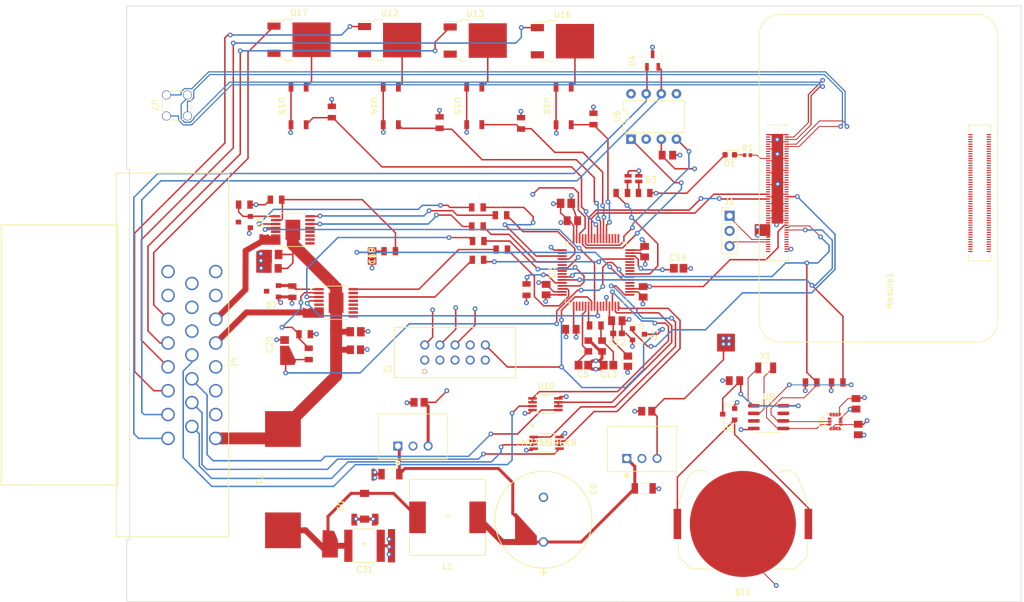
<source format=kicad_pcb>
(kicad_pcb (version 20210126) (generator pcbnew)
  (layers (0 "F.Cu" signal) (1 "In1.Cu" power "PWR") (2 "In2.Cu" power "GND") (31 "B.Cu" signal) (35 "F.Paste" user) (37 "F.SilkS" user "F.Silkscreen") (39 "F.Mask" user) (44 "Edge.Cuts" user))
  (net 0 "")
  (net 1 "Net-(BT1-Pad1)")
  (net 2 "GND")
  (net 3 "Net-(C18-Pad1)")
  (net 4 "/+3.3v")
  (net 5 "Net-(D1-Pad1)")
  (net 6 "+3V3")
  (net 7 "/BT_nDis")
  (net 8 "/WL_nDis")
  (net 9 "CAN H")
  (net 10 "CAN L")
  (net 11 "PWM1")
  (net 12 "PWM2")
  (net 13 "PWM3")
  (net 14 "PWM4")
  (net 17 "DAC1")
  (net 18 "ADC1")
  (net 19 "ADC2")
  (net 20 "ADC3")
  (net 21 "ADC4")
  (net 24 "NRST")
  (net 25 "RESETSIG")
  (net 26 "Net-(C0-Pad1)")
  (net 27 "+5V")
  (net 28 "PWR_SP")
  (net 29 "Net-(C31-Pad2)")
  (net 31 "Net-(D3-Pad1)")
  (net 33 "SCL")
  (net 38 "Net-(R24-Pad2)")
  (net 39 "Net-(R25-Pad2)")
  (net 40 "Net-(R26-Pad2)")
  (net 42 "SWDIO")
  (net 43 "SWDCLK")
  (net 44 "CAN_TX")
  (net 45 "CAN_RX")
  (net 47 "USART_TX")
  (net 49 "ICD4")
  (net 50 "ICD3")
  (net 51 "ICD2")
  (net 52 "ICD1")
  (net 57 "Net-(C14-Pad1)")
  (net 59 "SWO")
  (net 61 "Net-(R2-Pad1)")
  (net 62 "SD2")
  (net 63 "SD1")
  (net 66 "ICADC4")
  (net 67 "ICADC3")
  (net 68 "ICADC2")
  (net 69 "ICADC1")
  (net 70 "Net-(C11-Pad1)")
  (net 71 "DO1")
  (net 72 "Net-(C5-Pad1)")
  (net 74 "unconnected-(U3-Pad11)")
  (net 75 "Net-(R17-Pad1)")
  (net 82 "SEL_1")
  (net 83 "LATCH_1")
  (net 85 "DIA_EN_1")
  (net 86 "Net-(D6-Pad2)")
  (net 87 "Net-(R18-Pad1)")
  (net 88 "EthRx-")
  (net 89 "EthTx-")
  (net 92 "Net-(U8-Pad2)")
  (net 93 "Net-(U8-Pad1)")
  (net 94 "Net-(R19-Pad1)")
  (net 100 "Net-(U12-Pad2)")
  (net 102 "Net-(U13-Pad2)")
  (net 103 "EthTx+")
  (net 104 "Net-(U16-Pad2)")
  (net 106 "Net-(U17-Pad2)")
  (net 109 "Net-(R13-Pad2)")
  (net 110 "Net-(D3-Pad2)")
  (net 111 "Net-(C13-Pad1)")
  (net 113 "/GLOBAL_EN")
  (net 114 "/CAM_GPIO")
  (net 115 "/AIN0")
  (net 116 "/nPWR_LED")
  (net 117 "/AIN1")
  (net 118 "/nRPIBOOT")
  (net 119 "/RUN_PG")
  (net 120 "/+1.8v")
  (net 121 "/SD_DET")
  (net 122 "/SD_PWR_ON")
  (net 124 "/SD_DAT2")
  (net 126 "/SD_DAT1")
  (net 127 "LEDStatus")
  (net 128 "/SD_DAT0")
  (net 129 "/SD_CMD")
  (net 130 "/SD_DAT3")
  (net 131 "/GPIO2")
  (net 132 "/SD_CLK")
  (net 133 "/GPIO3")
  (net 134 "USART_RX")
  (net 136 "/GPIO17")
  (net 137 "/GPIO18")
  (net 138 "/GPIO27")
  (net 139 "/GPIO23")
  (net 140 "/GPIO22")
  (net 141 "/GPIO24")
  (net 142 "/GPIO10")
  (net 143 "/GPIO25")
  (net 144 "/GPIO9")
  (net 145 "/GPIO8")
  (net 146 "/GPIO11")
  (net 147 "/GPIO7")
  (net 148 "/ID_SD")
  (net 149 "/ID_SC")
  (net 150 "/GPIO5")
  (net 151 "/GPIO12")
  (net 152 "/GPIO6")
  (net 153 "/GPIO16")
  (net 154 "/GPIO13")
  (net 155 "/GPIO20")
  (net 156 "/GPIO19")
  (net 157 "/GPIO21")
  (net 158 "/GPIO26")
  (net 159 "Net-(Module1-Pad21)")
  (net 160 "/EEPROM_nWP")
  (net 161 "Net-(R3-Pad1)")
  (net 162 "/SYNC_OUT")
  (net 163 "/ETH_LEDY")
  (net 164 "/SYNC_IN")
  (net 165 "/ETH_LEDG")
  (net 166 "/TRD2_P")
  (net 167 "/TRD2_N")
  (net 168 "/TRD3_N")
  (net 169 "EthRx+")
  (net 170 "/TRD3_P")
  (net 171 "Net-(D7-Pad2)")
  (net 172 "DAC2")
  (net 173 "Net-(R14-Pad2)")
  (net 174 "LATCH_2")
  (net 175 "DIA_EN_2")
  (net 176 "SEL_2")
  (net 177 "DO2")
  (net 185 "SDA")
  (footprint "footprintsall:RESC2012X60N" (layer "F.Cu") (at 141.16 84.19)
    (fp_text reference "R7")
    (fp_text value "5k")
  )
  (footprint "footprintsall:CAPC2012X94N" (layer "F.Cu") (at 144.68 92.09 -90)
    (fp_text reference "C16")
    (fp_text value "100nF")
  )
  (footprint "Package_TO_SOT_SMD:TO-252-2" (layer "F.Cu") (at 50.892124 26.667865)
    (fp_text reference "U17")
    (fp_text value "CL220K4-G")
  )
  (footprint "footprintsall:CAPC2012X94N" (layer "F.Cu") (at 108.61 68.98 90)
    (fp_text reference "C9")
    (fp_text value "100nF")
  )
  (footprint "footprintsall:LMV358IDGKR" (layer "F.Cu") (at 92.41 94.33)
    (fp_text reference "U9")
    (fp_text value "LMV358IDGKR")
  )
  (footprint "footprintsall:SRR1210-820M" (layer "F.Cu") (at 75.81 106.83 180)
    (fp_text reference "L1")
    (fp_text value "SRR1210-820M")
  )
  (footprint "footprintsall:RESC2012X60N" (layer "F.Cu") (at 88.136051 40.702156 -90)
    (fp_text reference "R8")
    (fp_text value "5k")
  )
  (footprint "customDiodes:PC357N2J000F" (layer "F.Cu") (at 50.82 37.78 -90)
    (fp_text reference "U19")
    (fp_text value "PC357")
  )
  (footprint "footprintsall:XTAL_ECS-160-12-33Q-JES-TR" (layer "F.Cu") (at 100.56 78.07)
    (fp_text reference "HSE1")
    (fp_text value "16K")
  )
  (footprint "footprintsall:RESC2012X60N" (layer "F.Cu") (at 51.84 76.1)
    (fp_text reference "R16")
    (fp_text value "1k")
  )
  (footprint "Package_TO_SOT_SMD:SOT-23" (layer "F.Cu") (at 107.82 76.1)
    (fp_text reference "Q1")
    (fp_text value "MMBT3904")
  )
  (footprint "footprintsall:C0805C102J5HAC7800" (layer "F.Cu") (at 63.15 62.97 -90)
    (fp_text reference "C19")
    (fp_text value "1nF")
  )
  (footprint "footprintsall:CAPC2012X145N" (layer "F.Cu") (at 46.58 62.71 180)
    (fp_text reference "C21")
    (fp_text value "4.7nF")
  )
  (footprint "footprintsall:C0805C225K8RACTU" (layer "F.Cu") (at 114.56 65.03)
    (fp_text reference "C14")
    (fp_text value "2.2uF")
  )
  (footprint "footprintsall:C0805C300J5GACTU" (layer "F.Cu") (at 98.58 81.29)
    (fp_text reference "C5")
    (fp_text value "30pF")
  )
  (footprint "footprintsall:RESC2012X60N" (layer "F.Cu") (at 89.05 68.61 -90)
    (fp_text reference "R2")
    (fp_text value "10K")
  )
  (footprint "symbols:VX78012-500_VX7805-500" (layer "F.Cu") (at 108.4 95.33)
    (fp_text reference "U2")
    (fp_text value "VX7805-500")
  )
  (footprint "footprintsall:RESC2012X60N" (layer "F.Cu") (at 80.95 60.45 180)
    (fp_text reference "R17")
    (fp_text value "15K")
  )
  (footprint "customConnectors:65800001109" (layer "F.Cu") (at 48.2 100.51 -90)
    (fp_text reference "F1")
    (fp_text value "3A")
  )
  (footprint "Package_LGA:LGA-14_3x2.5mm_P0.5mm_LayoutBorder3x4y" (layer "F.Cu") (at 140.7975 90.76 90)
    (fp_text reference "U4")
    (fp_text value "LSM6DS3")
  )
  (footprint "footprintsall:RESC2012X60N" (layer "F.Cu") (at 80.82 54.81)
    (fp_text reference "R25")
    (fp_text value "15K")
  )
  (footprint "Package_QFP:LQFP-64_10x10mm_P0.5mm" (layer "F.Cu") (at 100.7 65.73 90)
    (fp_text reference "U3")
    (fp_text value "STM32F412RGTx")
  )
  (footprint "customDiodes:PC357N2J000F" (layer "F.Cu") (at 95.27 37.78 -90)
    (fp_text reference "U18")
    (fp_text value "PC357")
  )
  (footprint "customDiodes:PC357N2J000F" (layer "F.Cu") (at 80.278 37.768 -90)
    (fp_text reference "U15")
    (fp_text value "PC357")
  )
  (footprint "digikey-footprints:SOT-23-3" (layer "F.Cu") (at 110.193505 30.170958 90)
    (fp_text reference "D4")
    (fp_text value "PESD1CAN_215")
  )
  (footprint "footprintsall:CAPC2012X94N" (layer "F.Cu") (at 104.19 73.83)
    (fp_text reference "C11")
    (fp_text value "100nF")
  )
  (footprint "customDiodes:PC357N2J000F" (layer "F.Cu") (at 66.286223 37.78 -90)
    (fp_text reference "U14")
    (fp_text value "PC357")
  )
  (footprint "footprintsall:CAPC2012X140N" (layer "F.Cu") (at 46.54556 65.040003 180)
    (fp_text reference "C23")
    (fp_text value "220nF")
  )
  (footprint "Package_TO_SOT_SMD:TO-252-2" (layer "F.Cu") (at 66.081365 26.730185)
    (fp_text reference "U12")
    (fp_text value "CL220K4-G")
  )
  (footprint "footprints:770669-5" (layer "F.Cu") (at 36.93 65.58 90)
    (fp_text reference "J4")
    (fp_text value "770669-5")
  )
  (footprint "footprintsall:CAPC2012X94N" (layer "F.Cu") (at 96.73 57.04 180)
    (fp_text reference "C7")
    (fp_text value "100nF")
  )
  (footprint "footprintsall:RESC2012X60N" (layer "F.Cu") (at 80.9 63.6 180)
    (fp_text reference "R19")
    (fp_text value "15K")
  )
  (footprint "footprintsall:CAPC2012X94N" (layer "F.Cu") (at 92.34 68.61 -90)
    (fp_text reference "C8")
    (fp_text value "100nF")
  )
  (footprint "footprintsall:VGAS222034Y770DP" (layer "F.Cu") (at 61.88 111.61 180)
    (fp_text reference "C31")
    (fp_text value "VGAS222034Y770DP")
  )
  (footprint "footprintsall:RESC2012X60N" (layer "F.Cu") (at 100.27 39.96 -90)
    (fp_text reference "R9")
    (fp_text value "5k")
  )
  (footprint "footprintsall:RESC2012X60N" (layer "F.Cu") (at 84.765 56.12)
    (fp_text reference "R26")
    (fp_text value "15K")
  )
  (footprint "customConnectors:M12D-04PMMR-SF7003" (layer "F.Cu") (at 30.42 37.7 -90)
    (fp_text reference "U7")
    (fp_text value "M12D-04PMMR-SF7003")
  )
  (footprint "footprintsall:RESC2012X60N" (layer "F.Cu") (at 47.04 53.51 180)
    (fp_text reference "R15")
    (fp_text value "1k")
  )
  (footprint "Crystal:Crystal_SMD_3215-2Pin_3.2x1.5mm" (layer "F.Cu") (at 129.15 81.74)
    (fp_text reference "Y1")
    (fp_text value "X32K768S301")
  )
  (footprint "footprintsall:C0805C102J5HAC7800" (layer "F.Cu") (at 48.47 77.88 90)
    (fp_text reference "C20")
    (fp_text value "1nF")
  )
  (footprint "Package_SO:SOIC-8_3.9x4.9mm_P1.27mm" (layer "F.Cu") (at 129.64 90.01)
    (fp_text reference "U8")
    (fp_text value "PCF85063AT/AAZ")
  )
  (footprint "footprintsall:CAPC2012X140N" (layer "F.Cu") (at 60.36 78.7)
    (fp_text reference "C24")
    (fp_text value "220nF")
  )
  (footprint "footprintsall:RESC2012X60N" (layer "F.Cu") (at 105.025 52.39)
    (fp_text reference "R4")
    (fp_text value "1500")
  )
  (footprint "Connector_PinHeader_2.54mm:PinHeader_1x03_P2.54mm_Vertical" (layer "F.Cu") (at 123.1 56.215)
    (fp_text reference "J1")
    (fp_text value "Conn_01x03")
  )
  (footprint "footprintsall:CAPC2012X140N" (layer "F.Cu") (at 71.03 87.52 180)
    (fp_text reference "C4")
    (fp_text value "22uF/10V")
  )
  (footprint "symbols:VX78012-500_VX7803-500" (layer "F.Cu") (at 70.008 93.24)
    (fp_text reference "U1")
    (fp_text value "VX7803-500")
  )
  (footprint "footprintsall:RESC2012X60N" (layer "F.Cu") (at 41.72 54.34)
    (fp_text reference "R11")
    (fp_text value "4.7K")
  )
  (footprint "footprintsall:RESC2012X60N" (layer "F.Cu") (at 80.821454 58.008383)
    (fp_text reference "R24")
    (fp_text value "15K")
  )
  (footprint "Battery:BatteryHolder_Keystone_3034_1x20mm" (layer "F.Cu") (at 125.33 107.94 180)
    (fp_text reference "BT1")
    (fp_text value "Battery_Cell")
  )
  (footprint "footprintsall:LMV358IDGKR" (layer "F.Cu") (at 92.22 87.84)
    (fp_text reference "U10")
    (fp_text value "LMV358IDGKR")
  )
  (footprint "footprintsall:RESC2012X60N" (layer "F.Cu") (at 108.78 52.38 180)
    (fp_text reference "R23")
    (fp_text value "1500")
  )
  (footprint "footprintsall:RESC2012X60N" (layer "F.Cu") (at 100.58 74.63)
    (fp_text reference "R3")
    (fp_text value "80")
  )
  (footprint "footprintsall:RESC2012X60N" (layer "F.Cu") (at 52.52 79.4 90)
    (fp_text reference "R14")
    (fp_text value "15k")
  )
  (footprint "footprintsall:CAPC2012X140N" (layer "F.Cu") (at 109.21 89.02 180)
    (fp_text reference "C2")
    (fp_text value "22uF/10V")
  )
  (footprint "customDiodes:SMA4F33AY" (layer "F.Cu") (at 61.88 104.97 -90)
    (fp_text reference "D2")
    (fp_text value "SMA4F33AY ")
  )
  (footprint "footprintsall:CAPC2012X94N" (layer "F.Cu") (at 96.48 75.26)
    (fp_text reference "C25")
    (fp_text value "100nF")
  )
  (footprint "footprintsall:10056844-110ALF" (layer "F.Cu") (at 71.98 80.44)
    (fp_text reference "J2")
    (fp_text value "Conn_02x05_Odd_Even")
  )
  (footprint "footprintsall:RESC2012X60N" (layer "F.Cu") (at 49.78 68.96 -90)
    (fp_text reference "R12")
    (fp_text value "4.7K")
  )
  (footprint "footprintsall:RESC2012X60N" (layer "F.Cu") (at 56.395 38.8 -90)
    (fp_text reference "R10")
    (fp_text value "5k")
  )
  (footprint "Package_TO_SOT_SMD:SOT-23" (layer "F.Cu") (at 122.94865 89.515539 180)
    (fp_text reference "D5")
    (fp_text value "BAT54C-7-F")
  )
  (footprint "LEDs:BAS21" (layer "F.Cu") (at 41.729169 57.2689 90)
    (fp_text reference "D6")
    (fp_text value "BAS21")
  )
  (footprint "footprintsall:C0805C300J5GACTU" (layer "F.Cu") (at 102.8 81.29 180)
    (fp_text reference "C13")
    (fp_text value "30pF")
  )
  (footprint "footprintsall:CAPC2012X94N" (layer "F.Cu") (at 123.917418 83.89055 180)
    (fp_text reference "C18")
    (fp_text value "100n")
  )
  (footprint "Package_DIP:DIP-8_W7.62mm" (layer "F.Cu") (at 106.57 43.36 90)
    (fp_text reference "U5")
    (fp_text value "MCP2561-E-P")
  )
  (footprint "symbols:SOP65P640X120-17N" (layer "F.Cu") (at 49.86 58.576)
    (fp_text reference "U6")
    (fp_text value "TPS1HB16-Q1")
  )
  (footprint "footprintsall:RESC2012X60N" (layer "F.Cu") (at 74.47 40.575 -90)
    (fp_text reference "R6")
    (fp_text value "5k")
  )
  (footprint "footprintsall:RESC2012X60N" (layer "F.Cu") (at 84.9 61.88 180)
    (fp_text reference "R18")
    (fp_text value "15K")
  )
  (footprint "footprintsall:RESC2012X60N" (layer "F.Cu") (at 66.11 62.154)
    (fp_text reference "R13")
    (fp_text value "15k")
  )
  (footprint "footprintsall:CAPC3216X140N" (layer "F.Cu") (at 66.22 99.58 180)
    (fp_text reference "C3")
    (fp_text value "10uF/50V")
  )
  (footprint "footprintsall:CAPC2012X145N" (layer "F.Cu") (at 60.37 75.68)
    (fp_text reference "C22")
    (fp_text value "4.7nF")
  )
  (footprint "footprintsall:CAPC3216X140N" (layer "F.Cu") (at 108.7 101.97)
    (fp_text reference "C1")
    (fp_text value "10uF/50V")
  )
  (footprint "LEDs:BAS21" (layer "F.Cu") (at 46.45 68.88 90)
    (fp_text reference "D7")
    (fp_text value "BAS21")
  )
  (footprint "footprintsall:UPM1H681MHD6TN" (layer "F.Cu") (at 91.89 110.97 90)
    (fp_text reference "C0")
    (fp_text value "680uF/50V")
  )
  (footprint "LED_SMD:LED_0603_1608Metric" (layer "F.Cu") (at 123.131445 45.985451 180)
    (fp_text reference "D1")
    (fp_text value "LED Green")
  )
  (footprint "LEDs:APHBM2012SURKZGKC" (layer "F.Cu") (at 106.975 49.98)
    (fp_text reference "D3")
    (fp_text value "LED_Dual_AACC")
  )
  (footprint "footprintsall:CAPC2012X88N" (layer "F.Cu") (at 112.673784 46.041043)
    (fp_text reference "C15")
    (fp_text value "0.1 uF")
  )
  (footprint "footprintsall:CAPC2012X94N" (layer "F.Cu") (at 144.3 87.78 -90)
    (fp_text reference "C17")
    (fp_text value "100nF")
  )
  (footprint "footprintsall:CAPC2012X145N" (layer "F.Cu") (at 95.650644 54.126821 180)
    (fp_text reference "C10")
    (fp_text value "4.7uF")
  )
  (footprint "Resistor_SMD:R_0402_1005Metric" (layer "F.Cu") (at 126.1 46.04)
    (fp_text reference "R1")
    (fp_text value "1k")
  )
  (footprint "Package_TO_SOT_SMD:TO-252-2" (layer "F.Cu") (at 80.445 26.805)
    (fp_text reference "U13")
    (fp_text value "CL220K4-G")
  )
  (footprint "symbols:SOP65P640X120-17N" (layer "F.Cu") (at 57.114202 70.818301)
    (fp_text reference "U11")
    (fp_text value "TPS1HB16-Q1")
  )
  (footprint "footprintsall:RESC2012X60N" (layer "F.Cu") (at 136.78 84.19)
    (fp_text reference "R5")
    (fp_text value "5k")
  )
  (footprint "footprintsall:CAPC2012X94N" (layer "F.Cu") (at 108.84 62.24 90)
    (fp_text reference "C6")
    (fp_text value "100nF")
  )
  (footprint "footprintsall:C0603C105K8PACTU" (layer "F.Cu") (at 104.31 75.96)
    (fp_text reference "C12")
    (fp_text value "1uF")
  )
  (footprint "CM4IO:Raspberry-Pi-4-Compute-Module" (layer "F.Cu") (at 131.57 73.9)
    (fp_text reference "Module1")
    (fp_text value "ComputeModule4")
  )
  (footprint "footprintsall:BEADC2012X110N" (layer "F.Cu") (at 106.04 80.62 90)
    (fp_text reference "FB1")
    (fp_text value "600 @ 100mhz")
  )
  (footprint "Package_TO_SOT_SMD:TO-252-2" (layer "F.Cu") (at 95.068621 26.914991)
    (fp_text reference "U16")
    (fp_text value "CL220K4-G")
  )
  (gr_line (start 22 48.46) (end 22 21) (layer "Edge.Cuts") (width 0.1))
  (gr_line (start 22 121.01) (end 22 110.58) (layer "Edge.Cuts") (width 0.1))
  (gr_line (start 22 110.58) (end 22.5 110.58) (layer "Edge.Cuts") (width 0.1))
  (gr_line (start 172 21) (end 172 121) (layer "Edge.Cuts") (width 0.1))
  (gr_line (start 172.01 121.01) (end 22 121) (layer "Edge.Cuts") (width 0.1))
  (gr_line (start 22 48.46) (end 22.48 48.46) (layer "Edge.Cuts") (width 0.1))
  (gr_line (start 22.01 21.01) (end 172 21) (layer "Edge.Cuts") (width 0.1))
  (gr_line (start 22.5 110.58) (end 22.48 48.46) (layer "Edge.Cuts") (width 0.1))
  (segment (start 130.98 57.74) (end 130.98 57.17) (width 0.15) (layer "F.Cu") (net 0))
  (segment (start 136.315 107.94) (end 136.315 105.271983) (width 0.25) (layer "F.Cu") (net 1))
  (segment (start 114.345 100.069189) (end 123.94865 90.465539) (width 0.25) (layer "F.Cu") (net 1))
  (segment (start 123.94865 92.905633) (end 123.94865 90.465539) (width 0.25) (layer "F.Cu") (net 1))
  (segment (start 136.315 105.271983) (end 123.94865 92.905633) (width 0.25) (layer "F.Cu") (net 1))
  (segment (start 114.345 107.94) (end 114.345 100.069189) (width 0.25) (layer "F.Cu") (net 1))
  (segment (start 129.57 47) (end 130.7 47) (width 0.15) (layer "F.Cu") (net 2))
  (segment (start 132.65 46.6) (end 132.36664 46.6) (width 0.15) (layer "F.Cu") (net 2))
  (segment (start 129.57 56.6) (end 130.76 56.6) (width 0.15) (layer "F.Cu") (net 2))
  (segment (start 62.33 78.65) (end 61.26 78.65) (width 0.25) (layer "F.Cu") (net 2))
  (segment (start 143.32 88.69) (end 144.27 88.69) (width 0.25) (layer "F.Cu") (net 2))
  (segment (start 44.54 63.79) (end 44.5 63.75) (width 0.25) (layer "F.Cu") (net 2))
  (segment (start 132.65 48.6) (end 131.6 48.6) (width 0.15) (layer "F.Cu") (net 2))
  (segment (start 69 87.6) (end 70.1 87.6) (width 0.5) (layer "F.Cu") (net 2))
  (segment (start 129.57 43.8) (end 130.31 43.8) (width 0.15) (layer "F.Cu") (net 2))
  (segment (start 132.65 55.4) (end 131.38 55.4) (width 0.15) (layer "F.Cu") (net 2))
  (segment (start 44.5 63.75) (end 44.651 63.75) (width 0.25) (layer "F.Cu") (net 2))
  (segment (start 102.45 71.405) (end 102.45 69.92) (width 0.25) (layer "F.Cu") (net 2))
  (segment (start 42.55 58.398069) (end 42.729169 58.2189) (width 0.25) (layer "F.Cu") (net 2))
  (segment (start 130.41 42.6) (end 130.43 42.62) (width 0.2) (layer "F.Cu") (net 2))
  (segment (start 101.267201 80.56) (end 101.71 80.117201) (width 0.5) (layer "F.Cu") (net 2))
  (segment (start 106.375 62.48) (end 108.2 62.48) (width 0.25) (layer "F.Cu") (net 2))
  (segment (start 47.45 69.83) (end 49.695 69.83) (width 0.5) (layer "F.Cu") (net 2))
  (segment (start 129.57 53) (end 130.66 53) (width 0.15) (layer "F.Cu") (net 2))
  (segment (start 106.075 48.87) (end 106.275 48.67) (width 0.25) (layer "F.Cu") (net 2))
  (segment (start 42.695 54.36) (end 42.675 54.34) (width 0.25) (layer "F.Cu") (net 2))
  (segment (start 144.68 92.97) (end 145.6 92.97) (width 0.25) (layer "F.Cu") (net 2))
  (segment (start 99.41 77.17) (end 99.620002 77.17) (width 0.5) (layer "F.Cu") (net 2))
  (segment (start 121.95055 83.89055) (end 121.93 83.87) (width 0.15) (layer "F.Cu") (net 2))
  (segment (start 108.96 64.36) (end 108.96 63.24) (width 0.25) (layer "F.Cu") (net 2))
  (segment (start 132.65 43.8) (end 131.89 43.8) (width 0.15) (layer "F.Cu") (net 2))
  (segment (start 100.67 81.94) (end 100.66 81.95) (width 0.25) (layer "F.Cu") (net 2))
  (segment (start 91.09 67.43) (end 92.04 67.43) (width 0.25) (layer "F.Cu") (net 2))
  (segment (start 132.65 42.6) (end 131.85 42.6) (width 0.15) (layer "F.Cu") (net 2))
  (segment (start 62.47 75.62) (end 61.319 75.62) (width 0.25) (layer "F.Cu") (net 2))
  (segment (start 129.57 55.4) (end 130.7 55.4) (width 0.15) (layer "F.Cu") (net 2))
  (segment (start 94 40.93) (end 94 34.63) (width 0.25) (layer "F.Cu") (net 2))
  (segment (start 131.69 57) (end 131.41 56.72) (width 0.15) (layer "F.Cu") (net 2))
  (segment (start 102.45 69.92) (end 102.43 69.9) (width 0.25) (layer "F.Cu") (net 2))
  (segment (start 110.195 101.97) (end 111.16 101.97) (width 0.25) (layer "F.Cu") (net 2))
  (segment (start 61.26 78.65) (end 61.21 78.7) (width 0.25) (layer "F.Cu") (net 2))
  (segment (start 89.03 70.82) (end 89.03 69.585) (width 0.25) (layer "F.Cu") (net 2))
  (segment (start 129.57 54.2) (end 130.74 54.2) (width 0.15) (layer "F.Cu") (net 2))
  (segment (start 88.79 89.38) (end 89.483299 89.38) (width 0.25) (layer "F.Cu") (net 2))
  (segment (start 108.55 71.03) (end 108.55 69.92) (width 0.25) (layer "F.Cu") (net 2))
  (segment (start 49.7 70.91) (end 49.7 69.995) (width 0.25) (layer "F.Cu") (net 2))
  (segment (start 95.67 75.33) (end 95.6 75.26) (width 0.25) (layer "F.Cu") (net 2))
  (segment (start 114.77 46.03) (end 113.559827 46.03) (width 0.25) (layer "F.Cu") (net 2))
  (segment (start 126.98 92.1) (end 127.165 91.915) (width 0.25) (layer "F.Cu") (net 2))
  (segment (start 129.57 51) (end 130.4 51) (width 0.15) (layer "F.Cu") (net 2))
  (segment (start 141.71 90.26) (end 141.71 90.76) (width 0.15) (layer "F.Cu") (net 2))
  (segment (start 89.973299 95.57) (end 90.2383 95.304999) (width 0.25) (layer "F.Cu") (net 2))
  (segment (start 132.65 57) (end 131.69 57) (width 0.15) (layer "F.Cu") (net 2))
  (segment (start 143.28 88.69) (end 143.32 88.69) (width 0.15) (layer "F.Cu") (net 2))
  (segment (start 49.49 42.25) (end 49.49 40.99) (width 0.25) (layer "F.Cu") (net 2))
  (segment (start 101.420002 78.97) (end 101.71 78.97) (width 0.5) (layer "F.Cu") (net 2))
  (segment (start 141.71 90.26) (end 143.28 88.69) (width 0.15) (layer "F.Cu") (net 2))
  (segment (start 100.67 80.56) (end 100.112799 80.56) (width 0.5) (layer "F.Cu") (net 2))
  (segment (start 93.604634 68.98) (end 92.354634 67.73) (width 0.25) (layer "F.Cu") (net 2))
  (segment (start 45.665557 65.01) (end 45.69556 65.040003) (width 0.25) (layer "F.Cu") (net 2))
  (segment (start 95.025 68.98) (end 93.604634 68.98) (width 0.25) (layer "F.Cu") (net 2))
  (segment (start 42.55 59.17) (end 42.55 58.398069) (width 0.25) (layer "F.Cu") (net 2))
  (segment (start 144.27 88.69) (end 144.3 88.66) (width 0.25) (layer "F.Cu") (net 2))
  (segment (start 97.17 55.72) (end 96.539644 54.126821) (width 0.25) (layer "F.Cu") (net 2))
  (segment (start 96.55 52.83) (end 96.55 54.116465) (width 0.25) (layer "F.Cu") (net 2))
  (segment (start 125.02 92.1) (end 126.98 92.1) (width 0.25) (layer "F.Cu") (net 2))
  (segment (start 94.05 40.98) (end 94 40.93) (width 0.25) (layer "F.Cu") (net 2))
  (segment (start 111.16 101.97) (end 111.23 102.04) (width 0.25) (layer "F.Cu") (net 2))
  (segment (start 130.7 55.4) (end 130.72 55.42) (width 0.15) (layer "F.Cu") (net 2))
  (segment (start 53.8 76.06) (end 52.835 76.06) (width 0.25) (layer "F.Cu") (net 2))
  (segment (start 100.112799 80.56) (end 99.382799 81.29) (width 0.5) (layer "F.Cu") (net 2))
  (segment (start 48.412799 77.02) (end 48.47 77.077201) (width 0.25) (layer "F.Cu") (net 2))
  (segment (start 106.8 78.14) (end 106.8 77.07) (width 0.25) (layer "F.Cu") (net 2))
  (segment (start 125.33 112.68) (end 130.92 118.27) (width 0.15) (layer "F.Cu") (net 2))
  (segment (start 129.57 53) (end 129.85336 53) (width 0.15) (layer "F.Cu") (net 2))
  (segment (start 79.01 42.22) (end 79.01 40.92) (width 0.25) (layer "F.Cu") (net 2))
  (segment (start 132.36664 50.6) (end 132.65 50.6) (width 0.15) (layer "F.Cu") (net 2))
  (segment (start 105.07 73.83) (end 106.04 73.83) (width 0.25) (layer "F.Cu") (net 2))
  (segment (start 94.05 42.36) (end 94.05 40.98) (width 0.25) (layer "F.Cu") (net 2))
  (segment (start 115.392799 65.06) (end 115.362799 65.03) (width 0.25) (layer "F.Cu") (net 2))
  (segment (start 132.65 46.6) (end 131.71 46.6) (width 0.15) (layer "F.Cu") (net 2))
  (segment (start 47.45 69.83) (end 47.45 70.41) (width 0.25) (layer "F.Cu") (net 2))
  (segment (start 107.73 68.98) (end 106.375 68.98) (width 0.25) (layer "F.Cu") (net 2))
  (segment (start 79.01 40.92) (end 79.008 40.918) (width 0.25) (layer "F.Cu") (net 2))
  (segment (start 130.52 45) (end 130.53 44.99) (width 0.15) (layer "F.Cu") (net 2))
  (segment (start 52.835 76.06) (end 52.795 76.1) (width 0.25) (layer "F.Cu") (net 2))
  (segment (start 130.7 47) (end 130.71 46.99) (width 0.15) (layer "F.Cu") (net 2))
  (segment (start 106.04 73.83) (end 106.26 73.61) (width 0.25) (layer "F.Cu") (net 2))
  (segment (start 49.695 69.83) (end 49.78 69.915) (width 0.5) (layer "F.Cu") (net 2))
  (segment (start 131.86 52.6) (end 131.53 52.93) (width 0.15) (layer "F.Cu") (net 2))
  (segment (start 106.275 48.67) (end 107.875 48.67) (width 0.25) (layer "F.Cu") (net 2))
  (segment (start 100.66 81.95) (end 101.337201 81.95) (width 0.5) (layer "F.Cu") (net 2))
  (segment (start 99.620002 77.17) (end 101.420002 78.97) (width 0.5) (layer "F.Cu") (net 2))
  (segment (start 89.03 69.585) (end 89.05 69.565) (width 0.25) (layer "F.Cu") (net 2))
  (segment (start 132.65 52.6) (end 131.86 52.6) (width 0.15) (layer "F.Cu") (net 2))
  (segment (start 108.96 63.24) (end 108.84 63.12) (width 0.25) (layer "F.Cu") (net 2))
  (segment (start 106.075 49.505) (end 106.075 48.87) (width 0.25) (layer "F.Cu") (net 2))
  (segment (start 79.008 40.918) (end 79.008 34.618) (width 0.25) (layer "F.Cu") (net 2))
  (segment (start 113.559827 46.03) (end 113.548784 46.041043) (width 0.25) (layer "F.Cu") (net 2))
  (segment (start 45.551 62.57) (end 45.691 62.71) (width 0.25) (layer "F.Cu") (net 2))
  (segment (start 89.483299 89.38) (end 90.0483 88.814999) (width 0.25) (layer "F.Cu") (net 2))
  (segment (start 97.45 58.19) (end 97.61 57.04) (width 0.25) (layer "F.Cu") (net 2))
  (segment (start 132.36664 52.6) (end 132.65 52.6) (width 0.15) (layer "F.Cu") (net 2))
  (segment (start 131.85 42.6) (end 131.82 42.63) (width 0.15) (layer "F.Cu") (net 2))
  (segment (start 65.03 42.2) (end 65.03 40.943777) (width 0.25) (layer "F.Cu") (net 2))
  (segment (start 101.267201 80.56) (end 101.997201 81.29) (width 0.5) (layer "F.Cu") (net 2))
  (segment (start 105.037799 75.96) (end 105.037799 73.862201) (width 0.25) (layer "F.Cu") (net 2))
  (segment (start 108.36 89.02) (end 107.2 89.02) (width 0.25) (layer "F.Cu") (net 2))
  (segment (start 132.65 54.2) (end 131.43 54.2) (width 0.15) (layer "F.Cu") (net 2))
  (segment (start 100.67 80.56) (end 101.267201 80.56) (width 0.5) (layer "F.Cu") (net 2))
  (segment (start 125.33 107.94) (end 125.33 112.68) (width 0.15) (layer "F.Cu") (net 2))
  (segment (start 45.235 54.36) (end 46.085 53.51) (width 0.25) (layer "F.Cu") (net 2))
  (segment (start 131.38 55.4) (end 131.36 55.42) (width 0.15) (layer "F.Cu") (net 2))
  (segment (start 110.17 29.097453) (end 110.193505 29.120958) (width 0.25) (layer "F.Cu") (net 2))
  (segment (start 132.65 48.6) (end 132.36664 48.6) (width 0.15) (layer "F.Cu") (net 2))
  (segment (start 44.5 63.75) (end 44.5 63.844443) (width 0.25) (layer "F.Cu") (net 2))
  (segment (start 47.45 70.41) (end 47.82 70.78) (width 0.25) (layer "F.Cu") (net 2))
  (segment (start 100.042799 81.95) (end 99.382799 81.29) (width 0.5) (layer "F.Cu") (net 2))
  (segment (start 97.45 60.055) (end 97.45 58.19) (width 0.25) (layer "F.Cu") (net 2))
  (segment (start 123.037418 83.89055) (end 121.95055 83.89055) (width 0.15) (layer "F.Cu") (net 2))
  (segment (start 129.57 49) (end 130.8 49) (width 0.15) (layer "F.Cu") (net 2))
  (segment (start 145.6 92.97) (end 145.64 93.01) (width 0.25) (layer "F.Cu") (net 2))
  (segment (start 70.1 87.6) (end 70.18 87.52) (width 0.5) (layer "F.Cu") (net 2))
  (segment (start 110.17 27.9) (end 110.17 29.097453) (width 0.25) (layer "F.Cu") (net 2))
  (segment (start 107.2 89.02) (end 107.19 89.03) (width 0.25) (layer "F.Cu") (net 2))
  (segment (start 108.55 69.92) (end 108.61 69.86) (width 0.25) (layer "F.Cu") (net 2))
  (segment (start 132.65 61.8) (end 133.386042 61.8) (width 0.15) (layer "F.Cu") (net 2))
  (segment (start 61.319 75.62) (end 61.259 75.68) (width 0.25) (layer "F.Cu") (net 2))
  (segment (start 63.15 64.99) (end 63.15 63.772799) (width 0.25) (layer "F.Cu") (net 2))
  (segment (start 132.36664 54.2) (end 132.65 54.2) (width 0.15) (layer "F.Cu") (net 2))
  (segment (start 123.016868 83.87) (end 123.037418 83.89055) (width 0.15) (layer "F.Cu") (net 2))
  (segment (start 130.66 53) (end 130.7 53.04) (width 0.15) (layer "F.Cu") (net 2))
  (segment (start 65.016223 34.63) (end 65.016223 40.93) (width 0.25) (layer "F.Cu") (net 2))
  (segment (start 49.55 34.63) (end 49.55 40.93) (width 0.25) (layer "F.Cu") (net 2))
  (segment (start 129.57 45) (end 130.52 45) (width 0.15) (layer "F.Cu") (net 2))
  (segment (start 116.58 65.06) (end 115.392799 65.06) (width 0.25) (layer "F.Cu") (net 2))
  (segment (start 100.66 81.95) (end 100.042799 81.95) (width 0.5) (layer "F.Cu") (net 2))
  (segment (start 97.61 57.04) (end 97.17 55.72) (width 0.25) (layer "F.Cu") (net 2))
  (segment (start 65.03 40.943777) (end 65.016223 40.93) (width 0.25) (layer "F.Cu") (net 2))
  (segment (start 105.037799 73.862201) (end 105.07 73.83) (width 0.25) (layer "F.Cu") (net 2))
  (segment (start 47.13 77.02) (end 48.412799 77.02) (width 0.25) (layer "F.Cu") (net 2))
  (segment (start 95.67 76.54) (end 95.67 75.33) (width 0.25) (layer "F.Cu") (net 2))
  (segment (start 108.61 69.86) (end 107.73 68.98) (width 0.25) (layer "F.Cu") (net 2))
  (segment (start 63.61 100.15) (end 63.63 100.17) (width 0.5) (layer "F.Cu") (net 2))
  (segment (start 92.04 67.43) (end 92.34 67.73) (width 0.25) (layer "F.Cu") (net 2))
  (segment (start 96.55 54.116465) (end 96.539644 54.126821) (width 0.25) (layer "F.Cu") (net 2))
  (segment (start 106.8 77.07) (end 106.82 77.05) (width 0.25) (layer "F.Cu") (net 2))
  (segment (start 107.875 48.67) (end 107.875 49.505) (width 0.25) (layer "F.Cu") (net 2))
  (segment (start 105.73 75.96) (end 106.82 77.05) (width 0.25) (layer "F.Cu") (net 2))
  (segment (start 108.2 62.48) (end 108.84 63.12) (width 0.25) (layer "F.Cu") (net 2))
  (segment (start 92.354634 67.73) (end 92.34 67.73) (width 0.25) (layer "F.Cu") (net 2))
  (segment (start 105.037799 75.96) (end 105.73 75.96) (width 0.25) (layer "F.Cu") (net 2))
  (segment (start 43.68 54.36) (end 45.235 54.36) (width 0.25) (layer "F.Cu") (net 2))
  (segment (start 43.68 54.36) (end 42.695 54.36) (width 0.25) (layer "F.Cu") (net 2))
  (segment (start 132.65 50.6) (end 131.89 50.6) (width 0.15) (layer "F.Cu") (net 2))
  (segment (start 108.35 89.03) (end 108.36 89.02) (width 0.15) (layer "F.Cu") (net 2))
  (segment (start 101.71 80.117201) (end 101.71 78.97) (width 0.5) (layer "F.Cu") (net 2))
  (segment (start 133.386042 61.8) (end 133.391879 61.805837) (width 0.15) (layer "F.Cu") (net 2))
  (segment (start 130.74 54.2) (end 130.75 54.19) (width 0.15) (layer "F.Cu") (net 2))
  (segment (start 129.57 42.6) (end 130.41 42.6) (width 0.2) (layer "F.Cu") (net 2))
  (segment (start 89.01 95.57) (end 89.973299 95.57) (width 0.25) (layer "F.Cu") (net 2))
  (segment (start 49.7 69.995) (end 49.78 69.915) (width 0.25) (layer "F.Cu") (net 2))
  (segment (start 44.48 63.73) (end 44.5 63.75) (width 0.25) (layer "F.Cu") (net 2))
  (segment (start 101.337201 81.95) (end 101.997201 81.29) (width 0.5) (layer "F.Cu") (net 2))
  (segment (start 49.49 40.99) (end 49.55 40.93) (width 0.25) (layer "F.Cu") (net 2))
  (via (at 94.05 42.36) (size 0.8) (drill 0.4) (layers "F.Cu" "B.Cu") (net 2))
  (via (at 66 111.775) (size 0.8) (drill 0.4) (layers "F.Cu" "B.Cu") (net 2))
  (via (at 108.55 71.03) (size 0.8) (drill 0.4) (layers "F.Cu" "B.Cu") (net 2))
  (via (at 43.68 54.36) (size 0.8) (drill 0.4) (layers "F.Cu" "B.Cu") (net 2))
  (via (at 69 87.6) (size 0.8) (drill 0.4) (layers "F.Cu" "B.Cu") (net 2))
  (via (at 42.55 59.17) (size 0.8) (drill 0.4) (layers "F.Cu" "B.Cu") (net 2))
  (via (at 89.01 95.57) (size 0.8) (drill 0.4) (layers "F.Cu" "B.Cu") (net 2))
  (via (at 63.61 99.26) (size 0.8) (drill 0.4) (layers "F.Cu" "B.Cu") (net 2))
  (via (at 62.33 78.65) (size 0.8) (drill 0.4) (layers "F.Cu" "B.Cu") (net 2))
  (via (at 145.64 93.01) (size 0.8) (drill 0.4) (layers "F.Cu" "B.Cu") (net 2))
  (via (at 110.17 27.9) (size 0.8) (drill 0.4) (layers "F.Cu" "B.Cu") (net 2))
  (via (at 44.5 63.75) (size 0.8) (drill 0.4) (layers "F.Cu" "B.Cu") (net 2))
  (via (at 60.45 107.075) (size 0.8) (drill 0.4) (layers "F.Cu" "B.Cu") (net 2))
  (via (at 107.875 48.67) (size 0.8) (drill 0.4) (layers "F.Cu" "B.Cu") (net 2))
  (via (at 89.03 70.82) (size 0.8) (drill 0.4) (layers "F.Cu" "B.Cu") (net 2))
  (via (at 131.09 43.42) (size 0.8) (drill 0.4) (layers "F.Cu" "B.Cu") (net 2))
  (via (at 47.82 70.78) (size 0.8) (drill 0.4) (layers "F.Cu" "B.Cu") (net 2))
  (via (at 121.93 83.87) (size 0.8) (drill 0.4) (layers "F.Cu" "B.Cu") (net 2))
  (via (at 114.77 46.03) (size 0.8) (drill 0.4) (layers "F.Cu" "B.Cu") (net 2))
  (via (at 130.98 57.74) (size 0.8) (drill 0.4) (layers "F.Cu" "B.Cu") (net 2))
  (via (at 63.325 107.1) (size 0.8) (drill 0.4) (layers "F.Cu" "B.Cu") (net 2))
  (via (at 111.23 102.04) (size 0.8) (drill 0.4) (layers "F.Cu" "B.Cu") (net 2))
  (via (at 131.17 50.89) (size 0.8) (drill 0.4) (layers "F.Cu" "B.Cu") (net 2))
  (via (at 53.8 76.06) (size 0.8) (drill 0.4) (layers "F.Cu" "B.Cu") (net 2))
  (via (at 91.09 67.43) (size 0.8) (drill 0.4) (layers "F.Cu" "B.Cu") (net 2))
  (via (at 88.79 89.38) (size 0.8) (drill 0.4) (layers "F.Cu" "B.Cu") (net 2))
  (via (at 100.66 81.95) (size 0.8) (drill 0.4) (layers "F.Cu" "B.Cu") (net 2))
  (via (at 66 110.5) (size 0.8) (drill 0.4) (layers "F.Cu" "B.Cu") (net 2))
  (via (at 63.15 64.99) (size 0.8) (drill 0.4) (layers "F.Cu" "B.Cu") (net 2))
  (via (at 49.7 70.91) (size 0.8) (drill 0.4) (layers "F.Cu" "B.Cu") (net 2))
  (via (at 131.12 45.84) (size 0.8) (drill 0.4) (layers "F.Cu" "B.Cu") (net 2))
  (via (at 62.47 75.62) (size 0.8) (drill 0.4) (layers "F.Cu" "B.Cu") (net 2))
  (via (at 65.03 42.2) (size 0.8) (drill 0.4) (layers "F.Cu" "B.Cu") (net 2))
  (via (at 66 113.05) (size 0.8) (drill 0.4) (layers "F.Cu" "B.Cu") (net 2))
  (via (at 44.54 65.01) (size 0.8) (drill 0.4) (layers "F.Cu" "B.Cu") (net 2))
  (via (at 96.55 52.83) (size 0.8) (drill 0.4) (layers "F.Cu" "B.Cu") (net 2))
  (via (at 100.67 80.56) (size 0.8) (drill 0.4) (layers "F.Cu" "B.Cu") (net 2))
  (via (at 133.391879 61.805837) (size 0.8) (drill 0.4) (layers "F.Cu" "B.Cu") (net 2))
  (via (at 49.49 42.25) (size 0.8) (drill 0.4) (layers "F.Cu" "B.Cu") (net 2))
  (via (at 95.67 76.54) (size 0.8) (drill 0.4) (layers "F.Cu" "B.Cu") (net 2))
  (via (at 125.02 92.1) (size 0.8) (drill 0.4) (layers "F.Cu" "B.Cu") (net 2))
  (via (at 130.92 118.27) (size 0.8) (drill 0.4) (layers "F.Cu" "B.Cu") (net 2))
  (via (at 44.48 62.57) (size 0.8) (drill 0.4) (layers "F.Cu" "B.Cu") (net 2))
  (via (at 108.96 64.36) (size 0.8) (drill 0.4) (layers "F.Cu" "B.Cu") (net 2))
  (via (at 116.58 65.06) (size 0.8) (drill 0.4) (layers "F.Cu" "B.Cu") (net 2))
  (via (at 143.32 88.69) (size 0.8) (drill 0.4) (layers "F.Cu" "B.Cu") (net 2))
  (via (at 106.26 73.61) (size 0.8) (drill 0.4) (layers "F.Cu" "B.Cu") (net 2))
  (via (at 107.19 89.03) (size 0.8) (drill 0.4) (layers "F.Cu" "B.Cu") (net 2))
  (via (at 47.13 77.02) (size 0.8) (drill 0.4) (layers "F.Cu" "B.Cu") (net 2))
  (via (at 106.8 78.14) (size 0.8) (drill 0.4) (layers "F.Cu" "B.Cu") (net 2))
  (via (at 79.01 42.22) (size 0.8) (drill 0.4) (layers "F.Cu" "B.Cu") (net 2))
  (via (at 63.63 100.17) (size 0.8) (drill 0.4) (layers "F.Cu" "B.Cu") (net 2))
  (via (at 102.43 69.9) (size 0.8) (drill 0.4) (layers "F.Cu" "B.Cu") (net 2))
  (segment (start 124.797418 84.03057) (end 124.797418 83.89055) (width 0.25) (layer "F.Cu") (net 3))
  (segment (start 134.605 88.105) (end 134.62 88.12) (width 0.25) (layer "F.Cu") (net 3))
  (segment (start 132.115 88.105) (end 134.605 88.105) (width 0.25) (layer "F.Cu") (net 3))
  (segment (start 121.94865 86.879338) (end 124.797418 84.03057) (width 0.25) (layer "F.Cu") (net 3))
  (segment (start 124.98 84.073132) (end 124.797418 83.89055) (width 0.25) (layer "F.Cu") (net 3))
  (segment (start 124.98 86.13) (end 124.98 84.073132) (width 0.25) (layer "F.Cu") (net 3))
  (segment (start 121.94865 89.515539) (end 121.94865 86.879338) (width 0.25) (layer "F.Cu") (net 3))
  (via (at 124.98 86.13) (size 0.8) (drill 0.4) (layers "F.Cu" "B.Cu") (net 3))
  (via (at 134.62 88.12) (size 0.8) (drill 0.4) (layers "F.Cu" "B.Cu") (net 3))
  (segment (start 126.97 88.12) (end 124.98 86.13) (width 0.25) (layer "B.Cu") (net 3))
  (segment (start 134.62 88.12) (end 126.97 88.12) (width 0.25) (layer "B.Cu") (net 3))
  (segment (start 123.918945 45.985451) (end 125.560451 45.985451) (width 0.15) (layer "F.Cu") (net 5))
  (segment (start 125.560451 45.985451) (end 125.615 46.04) (width 0.15) (layer "F.Cu") (net 5))
  (segment (start 109.69 68.09) (end 108.62 68.09) (width 0.25) (layer "F.Cu") (net 6))
  (segment (start 94.761644 55.761644) (end 94.761644 54.126821) (width 0.25) (layer "F.Cu") (net 6))
  (segment (start 108.62 68.09) (end 108.61 68.1) (width 0.25) (layer "F.Cu") (net 6))
  (segment (start 141.5475 89.5975) (end 141.5475 88.3225) (width 0.15) (layer "F.Cu") (net 6))
  (segment (start 115.92 52.43) (end 122.343945 46.006055) (width 0.25) (layer "F.Cu") (net 6))
  (segment (start 141.71 91.26) (end 140.86 91.26) (width 0.15) (layer "F.Cu") (net 6))
  (segment (start 96.95 57.95) (end 96.34 57.07) (width 0.25) (layer "F.Cu") (net 6))
  (segment (start 110.765 52.43) (end 115.92 52.43) (width 0.25) (layer "F.Cu") (net 6))
  (segment (start 140.5475 91.5725) (end 140.5475 91.9225) (width 0.15) (layer "F.Cu") (net 6))
  (segment (start 123.94865 88.565539) (end 123.94865 87.97135) (width 0.25) (layer "F.Cu") (net 6))
  (segment (start 135.79 85.58) (end 135.79 84.225) (width 0.25) (layer "F.Cu") (net 6))
  (segment (start 92.35 69.48) (end 92.34 69.49) (width 0.25) (layer "F.Cu") (net 6))
  (segment (start 96.95 74.85) (end 96.95 71.405) (width 0.25) (layer "F.Cu") (net 6))
  (segment (start 118.69 68.09) (end 109.69 68.09) (width 0.25) (layer "F.Cu") (net 6))
  (segment (start 96.34 57.07) (end 94.761644 55.761644) (width 0.25) (layer "F.Cu") (net 6))
  (segment (start 129.2 63.59) (end 131.23 61.56) (width 0.25) (layer "F.Cu") (net 6))
  (segment (start 97.36 75.26) (end 96.95 74.85) (width 0.25) (layer "F.Cu") (net 6))
  (segment (start 75.68 85.62) (end 75.68 85.59) (width 0.25) (layer "F.Cu") (net 6))
  (segment (start 74.47 39.62) (end 74.47 38.53) (width 0.25) (layer "F.Cu") (net 6))
  (segment (start 141.5475 88.3225) (end 142.97 86.9) (width 0.15) (layer "F.Cu") (net 6))
  (segment (start 108.84 60.61) (end 108.42 60.19) (width 0.25) (layer "F.Cu") (net 6))
  (segment (start 92.26 70.6) (end 92.26 69.57) (width 0.25) (layer "F.Cu") (net 6))
  (segment (start 141.71 91.26) (end 144.63 91.26) (width 0.15) (layer "F.Cu") (net 6))
  (segment (start 88.136051 39.747156) (end 88.136051 38.696051) (width 0.25) (layer "F.Cu") (net 6))
  (segment (start 108.22 61.98) (end 106.375 61.98) (width 0.25) (layer "F.Cu") (net 6))
  (segment (start 131.23 61.56) (end 131.23 58.865928) (width 0.25) (layer "F.Cu") (net 6))
  (segment (start 145.72 86.74) (end 144.3 86.9) (width 0.25) (layer "F.Cu") (net 6))
  (segment (start 145.56 91.21) (end 146.16 90.61) (width 0.25) (layer "F.Cu") (net 6))
  (segment (start 142.97 86.9) (end 144.3 86.9) (width 0.15) (layer "F.Cu") (net 6))
  (segment (start 109.735 52.38) (end 110.715 52.38) (width 0.25) (layer "F.Cu") (net 6))
  (segment (start 110.715 52.38) (end 110.765 52.43) (width 0.25) (layer "F.Cu") (net 6))
  (segment (start 140.14 85.57) (end 140.14 84.255) (width 0.25) (layer "F.Cu") (net 6))
  (segment (start 131.23 58.865928) (end 132.295928 57.8) (width 0.25) (layer "F.Cu") (net 6))
  (segment (start 144.696576 91.19) (end 144.704817 91.198241) (width 0.25) (layer "F.Cu") (net 6))
  (segment (start 106 81.52) (end 106.04 81.48) (width 0.25) (layer "F.Cu") (net 6))
  (segment (start 132.295928 57.8) (end 132.65 57.8) (width 0.25) (layer "F.Cu") (net 6))
  (segment (start 100.27 37.95) (end 100.27 39.005) (width 0.25) (layer "F.Cu") (net 6))
  (segment (start 144.63 91.26) (end 144.68 91.21) (width 0.15) (layer "F.Cu") (net 6))
  (segment (start 94.688465 54.2) (end 94.761644 54.126821) (width 0.25) (layer "F.Cu") (net 6))
  (segment (start 108.23 68.48) (end 106.375 68.48) (width 0.25) (layer "F.Cu") (net 6))
  (segment (start 96.95 60.055) (end 96.95 57.95) (width 0.25) (layer "F.Cu") (net 6))
  (segment (start 140.86 91.26) (end 140.5475 91.5725) (width 0.15) (layer "F.Cu") (net 6))
  (segment (start 108.61 68.1) (end 108.23 68.48) (width 0.25) (layer "F.Cu") (net 6))
  (segment (start 94.696701 86.56) (end 94.3917 86.865001) (width 0.25) (layer "F.Cu") (net 6))
  (segment (start 95.48 92.73) (end 95.206701 92.73) (width 0.25) (layer "F.Cu") (net 6))
  (segment (start 88.136051 38.696051) (end 88.12 38.68) (width 0.25) (layer "F.Cu") (net 6))
  (segment (start 122.343945 46.006055) (end 122.343945 45.985451) (width 0.25) (layer "F.Cu") (net 6))
  (segment (start 93.56 54.2) (end 94.688465 54.2) (width 0.25) (layer "F.Cu") (net 6))
  (segment (start 123.94865 87.97135) (end 124.37 87.55) (width 0.25) (layer "F.Cu") (net 6))
  (segment (start 140.14 84.255) (end 140.205 84.19) (width 0.25) (layer "F.Cu") (net 6))
  (segment (start 74.47 38.53) (end 74.45 38.51) (width 0.25) (layer "F.Cu") (net 6))
  (segment (start 95.206701 92.73) (end 94.5817 93.355001) (width 0.25) (layer "F.Cu") (net 6))
  (segment (start 72.548 88.188) (end 71.88 87.52) (width 0.5) (layer "F.Cu") (net 6))
  (segment (start 56.395 37.845) (end 56.395 36.685) (width 0.25) (layer "F.Cu") (net 6))
  (segment (start 97.37 75.27) (end 97.36 75.26) (width 0.25) (layer "F.Cu") (net 6))
  (segment (start 97.37 76.59) (end 97.37 75.27) (width 0.25) (layer "F.Cu") (net 6))
  (segment (start 106 82.52) (end 106 81.52) (width 0.25) (layer "F.Cu") (net 6))
  (segment (start 141.0475 91.9225) (end 140.5475 91.9225) (width 0.15) (layer "F.Cu") (net 6))
  (segment (start 108.84 61.36) (end 108.22 61.98) (width 0.25) (layer "F.Cu") (net 6))
  (segment (start 71.88 87.52) (end 73.78 87.52) (width 0.25) (layer "F.Cu") (net 6))
  (segment (start 92.26 69.57) (end 92.34 69.49) (width 0.25) (layer "F.Cu") (net 6))
  (segment (start 135.79 84.225) (end 135.825 84.19) (width 0.25) (layer "F.Cu") (net 6))
  (segment (start 123.19 63.59) (end 129.2 63.59) (width 0.25) (layer "F.Cu") (net 6))
  (segment (start 123.19 63.59) (end 118.69 68.09) (width 0.25) (layer "F.Cu") (net 6))
  (segment (start 72.548 94.865) (end 72.548 88.188) (width 0.5) (layer "F.Cu") (net 6))
  (segment (start 95.025 69.48) (end 92.35 69.48) (width 0.25) (layer "F.Cu") (net 6))
  (segment (start 144.68 91.21) (end 145.56 91.21) (width 0.25) (layer "F.Cu") (net 6))
  (segment (start 56.395 36.685) (end 56.37 36.66) (width 0.25) (layer "F.Cu") (net 6))
  (segment (start 73.78 87.52) (end 75.68 85.62) (width 0.25) (layer "F.Cu") (net 6))
  (segment (start 95.71 86.56) (end 94.696701 86.56) (width 0.25) (layer "F.Cu") (net 6))
  (segment (start 108.84 61.36) (end 108.84 60.61) (width 0.25) (layer "F.Cu") (net 6))
  (via (at 94.81 57.36) (size 0.8) (drill 0.4) (layers "F.Cu" "B.Cu") (net 6))
  (via (at 109.69 68.09) (size 0.8) (drill 0.4) (layers "F.Cu" "B.Cu") (net 6))
  (via (at 140.14 85.57) (size 0.8) (drill 0.4) (layers "F.Cu" "B.Cu") (net 6))
  (via (at 108.42 60.19) (size 0.8) (drill 0.4) (layers "F.Cu" "B.Cu") (net 6))
  (via (at 95.48 92.73) (size 0.8) (drill 0.4) (layers "F.Cu" "B.Cu") (net 6))
  (via (at 75.68 85.59) (size 0.8) (drill 0.4) (layers "F.Cu" "B.Cu") (net 6))
  (via (at 106 82.52) (size 0.8) (drill 0.4) (layers "F.Cu" "B.Cu") (net 6))
  (via (at 124.37 87.55) (size 0.8) (drill 0.4) (layers "F.Cu" "B.Cu") (net 6))
  (via (at 93.56 54.2) (size 0.8) (drill 0.4) (layers "F.Cu" "B.Cu") (net 6))
  (via (at 110.765 52.43) (size 0.8) (drill 0.4) (layers "F.Cu" "B.Cu") (net 6))
  (via (at 146.16 90.61) (size 0.8) (drill 0.4) (layers "F.Cu" "B.Cu") (net 6))
  (via (at 92.26 70.6) (size 0.8) (drill 0.4) (layers "F.Cu" "B.Cu") (net 6))
  (via (at 97.37 76.59) (size 0.8) (drill 0.4) (layers "F.Cu" "B.Cu") (net 6))
  (via (at 135.79 85.58) (size 0.8) (drill 0.4) (layers "F.Cu" "B.Cu") (net 6))
  (via (at 95.71 86.56) (size 0.8) (drill 0.4) (layers "F.Cu" "B.Cu") (net 6))
  (via (at 100.27 37.95) (size 0.8) (drill 0.4) (layers "F.Cu" "B.Cu") (net 6))
  (via (at 145.72 86.74) (size 0.8) (drill 0.4) (layers "F.Cu" "B.Cu") (net 6))
  (via (at 56.37 36.66) (size 0.8) (drill 0.4) (layers "F.Cu" "B.Cu") (net 6))
  (via (at 88.12 38.68) (size 0.8) (drill 0.4) (layers "F.Cu" "B.Cu") (net 6))
  (via (at 74.45 38.51) (size 0.8) (drill 0.4) (layers "F.Cu" "B.Cu") (net 6))
  (segment (start 123.795 60.6) (end 123.1 61.295) (width 0.15) (layer "F.Cu") (net 7))
  (segment (start 129.57 60.6) (end 123.795 60.6) (width 0.15) (layer "F.Cu") (net 7))
  (segment (start 129.57 60.2) (end 126.83 60.2) (width 0.15) (layer "F.Cu") (net 8))
  (segment (start 123.1 56.47) (end 123.1 56.215) (width 0.15) (layer "F.Cu") (net 8))
  (segment (start 126.83 60.2) (end 123.1 56.47) (width 0.15) (layer "F.Cu") (net 8))
  (segment (start 28.93 93.579998) (end 28.93 93.63) (width 0.25) (layer "F.Cu") (net 9))
  (segment (start 109.11 35.74) (end 109.243505 35.606495) (width 0.25) (layer "F.Cu") (net 9))
  (segment (start 28.93 93.579998) (end 28.940002 93.59) (width 0.25) (layer "F.Cu") (net 9))
  (segment (start 109.243505 35.606495) (end 109.243505 31.220958) (width 0.25) (layer "F.Cu") (net 9))
  (segment (start 23.980002 93.579998) (end 23.19 92.789996) (width 0.25) (layer "B.Cu") (net 9))
  (segment (start 109.11 37.01) (end 109.11 35.74) (width 0.25) (layer "B.Cu") (net 9))
  (segment (start 97 49.12) (end 102.47 43.65) (width 0.25) (layer "B.Cu") (net 9))
  (segment (start 28.93 93.579998) (end 23.980002 93.579998) (width 0.25) (layer "B.Cu") (net 9))
  (segment (start 102.47 43.65) (end 109.11 37.01) (width 0.25) (layer "B.Cu") (net 9))
  (segment (start 23.19 53.24) (end 23.19 53.14) (width 0.25) (layer "B.Cu") (net 9))
  (segment (start 27.21 49.12) (end 97 49.12) (width 0.25) (layer "B.Cu") (net 9))
  (segment (start 23.19 53.14) (end 27.21 49.12) (width 0.25) (layer "B.Cu") (net 9))
  (segment (start 23.19 92.789996) (end 23.19 53.24) (width 0.25) (layer "B.Cu") (net 9))
  (segment (start 111.65 35.74) (end 111.65 31.727453) (width 0.25) (layer "F.Cu") (net 10))
  (segment (start 111.65 31.727453) (end 111.143505 31.220958) (width 0.25) (layer "F.Cu") (net 10))
  (segment (start 104.54 43.330364) (end 111.65 36.220364) (width 0.25) (layer "B.Cu") (net 10))
  (segment (start 24.53 53.53) (end 27.71 50.35) (width 0.25) (layer "B.Cu") (net 10))
  (segment (start 27.71 50.35) (end 97.52 50.35) (width 0.25) (layer "B.Cu") (net 10))
  (segment (start 111.65 36.220364) (end 111.65 35.74) (width 0.25) (layer "B.Cu") (net 10))
  (segment (start 104.539636 43.330364) (end 97.52 50.35) (width 0.25) (layer "B.Cu") (net 10))
  (segment (start 104.54 43.330364) (end 104.539636 43.330364) (width 0.25) (layer "B.Cu") (net 10))
  (segment (start 28.93 89.579998) (end 24.919998 89.579998) (width 0.25) (layer "B.Cu") (net 10))
  (segment (start 24.53 89.19) (end 24.53 53.53) (width 0.25) (layer "B.Cu") (net 10))
  (segment (start 24.919998 89.579998) (end 24.53 89.19) (width 0.25) (layer "B.Cu") (net 10))
  (segment (start 38.18 44.27) (end 38.46 43.99) (width 0.25) (layer "F.Cu") (net 11))
  (segment (start 38.92 25.88) (end 39.35 25.88) (width 0.25) (layer "F.Cu") (net 11))
  (segment (start 28.93 85.579999) (end 26.539999 85.579999) (width 0.25) (layer "F.Cu") (net 11))
  (segment (start 23.31 59.14) (end 38.18 44.27) (width 0.25) (layer "F.Cu") (net 11))
  (segment (start 38.46 26.34) (end 38.92 25.88) (width 0.25) (layer "F.Cu") (net 11))
  (segment (start 61.881365 24.450185) (end 59.420185 24.450185) (width 0.25) (layer "F.Cu") (net 11))
  (segment (start 23.31 82.35) (end 23.31 59.14) (width 0.25) (layer "F.Cu") (net 11))
  (segment (start 26.539999 85.579999) (end 23.31 82.35) (width 0.25) (layer "F.Cu") (net 11))
  (segment (start 38.46 43.99) (end 38.46 26.34) (width 0.25) (layer "F.Cu") (net 11))
  (via (at 39.35 25.88) (size 0.8) (drill 0.4) (layers "F.Cu" "B.Cu") (net 11))
  (via (at 59.420185 24.450185) (size 0.8) (drill 0.4) (layers "F.Cu" "B.Cu") (net 11))
  (segment (start 39.35 25.88) (end 57.99037 25.88) (width 0.25) (layer "B.Cu") (net 11))
  (segment (start 57.99037 25.88) (end 59.420185 24.450185) (width 0.25) (layer "B.Cu") (net 11))
  (segment (start 88.18 24.63) (end 90.86363 24.63) (width 0.25) (layer "F.Cu") (net 12))
  (segment (start 28.749999 81.4) (end 24.46 77.110001) (width 0.25) (layer "F.Cu") (net 12))
  (segment (start 28.93 81.579999) (end 28.929999 81.58) (width 0.25) (layer "F.Cu") (net 12))
  (segment (start 90.86363 24.63) (end 90.868621 24.634991) (width 0.25) (layer "F.Cu") (net 12))
  (segment (start 24.46 77.110001) (end 24.46 60.22) (width 0.25) (layer "F.Cu") (net 12))
  (segment (start 24.46 60.22) (end 39.87 44.81) (width 0.25) (layer "F.Cu") (net 12))
  (segment (start 28.929999 81.58) (end 28.749999 81.4) (width 0.25) (layer "F.Cu") (net 12))
  (segment (start 39.87 44.81) (end 39.87 27.23) (width 0.25) (layer "F.Cu") (net 12))
  (via (at 88.18 24.63) (size 0.8) (drill 0.4) (layers "F.Cu" "B.Cu") (net 12))
  (via (at 39.87 27.23) (size 0.8) (drill 0.4) (layers "F.Cu" "B.Cu") (net 12))
  (segment (start 87.24 27.23) (end 88.18 26.29) (width 0.25) (layer "B.Cu") (net 12))
  (segment (start 39.87 27.23) (end 87.24 27.23) (width 0.25) (layer "B.Cu") (net 12))
  (segment (start 88.18 26.29) (end 88.18 24.63) (width 0.25) (layer "B.Cu") (net 12))
  (segment (start 28.93 77.58) (end 27.59 77.58) (width 0.25) (layer "F.Cu") (net 13))
  (segment (start 25.56 75.55) (end 25.56 61.33) (width 0.25) (layer "F.Cu") (net 13))
  (segment (start 41.04 45.85) (end 41.04 28.53) (width 0.25) (layer "F.Cu") (net 13))
  (segment (start 73.71 27.06) (end 76.245 24.525) (width 0.25) (layer "F.Cu") (net 13))
  (segment (start 73.71 28.53) (end 73.71 27.06) (width 0.25) (layer "F.Cu") (net 13))
  (segment (start 26.21 76.2) (end 25.56 75.55) (width 0.25) (layer "F.Cu") (net 13))
  (segment (start 27.59 77.58) (end 26.21 76.2) (width 0.25) (layer "F.Cu") (net 13))
  (segment (start 25.56 61.33) (end 41.04 45.85) (width 0.25) (layer "F.Cu") (net 13))
  (via (at 41.04 28.53) (size 0.8) (drill 0.4) (layers "F.Cu" "B.Cu") (net 13))
  (via (at 73.71 28.53) (size 0.8) (drill 0.4) (layers "F.Cu" "B.Cu") (net 13))
  (segment (start 41.04 28.53) (end 73.71 28.53) (width 0.25) (layer "B.Cu") (net 13))
  (segment (start 42.34 28.739989) (end 46.692124 24.387865) (width 0.25) (layer "F.Cu") (net 14))
  (segment (start 26.53 62.393962) (end 42.34 46.583962) (width 0.25) (layer "F.Cu") (net 14))
  (segment (start 28.93 73.58) (end 26.53 71.18) (width 0.25) (layer "F.Cu") (net 14))
  (segment (start 42.34 46.583962) (end 42.34 28.739989) (width 0.25) (layer "F.Cu") (net 14))
  (segment (start 26.53 71.18) (end 26.53 62.393962) (width 0.25) (layer "F.Cu") (net 14))
  (segment (start 36.93 73.58) (end 41.91 68.6) (width 1) (layer "F.Cu") (net 17))
  (segment (start 41.94 62.08) (end 45.13 60.25) (width 1) (layer "F.Cu") (net 17))
  (segment (start 41.91 68.6) (end 41.94 62.08) (width 1) (layer "F.Cu") (net 17))
  (segment (start 86.62 89.35) (end 87.804999 88.165001) (width 0.25) (layer "F.Cu") (net 18))
  (segment (start 87.804999 88.165001) (end 90.0483 88.165001) (width 0.25) (layer "F.Cu") (net 18))
  (via (at 86.62 89.35) (size 0.8) (drill 0.4) (layers "F.Cu" "B.Cu") (net 18))
  (segment (start 31.474699 96.834395) (end 31.474699 82.278544) (width 0.25) (layer "B.Cu") (net 18))
  (segment (start 60.3464 97.98001) (end 56.68641 101.64) (width 0.25) (layer "B.Cu") (net 18))
  (segment (start 86.62 97.22) (end 85.85999 97.98001) (width 0.25) (layer "B.Cu") (net 18))
  (segment (start 32.93 80.823243) (end 32.93 79.579998) (width 0.25) (layer "B.Cu") (net 18))
  (segment (start 56.68641 101.64) (end 36.280304 101.64) (width 0.25) (layer "B.Cu") (net 18))
  (segment (start 31.474699 82.278544) (end 32.93 80.823243) (width 0.25) (layer "B.Cu") (net 18))
  (segment (start 31.474699 96.834395) (end 31.474699 96.111109) (width 0.25) (layer "B.Cu") (net 18))
  (segment (start 36.280304 101.64) (end 31.474699 96.834395) (width 0.25) (layer "B.Cu") (net 18))
  (segment (start 86.62 89.35) (end 86.62 97.22) (width 0.25) (layer "B.Cu") (net 18))
  (segment (start 85.85999 97.98001) (end 60.3464 97.98001) (width 0.25) (layer "B.Cu") (net 18))
  (segment (start 83.07 92.84) (end 87.535401 92.84) (width 0.25) (layer "F.Cu") (net 19))
  (segment (start 89.845401 90.53) (end 91.560402 88.814999) (width 0.25) (layer "F.Cu") (net 19))
  (segment (start 87.535401 92.84) (end 89.845401 90.53) (width 0.25) (layer "F.Cu") (net 19))
  (segment (start 91.560402 88.814999) (end 94.3917 88.814999) (width 0.25) (layer "F.Cu") (net 19))
  (via (at 83.07 92.84) (size 0.8) (drill 0.4) (layers "F.Cu" "B.Cu") (net 19))
  (segment (start 79.31 96.6) (end 83.07 92.84) (width 0.25) (layer "B.Cu") (net 19))
  (segment (start 35.474699 86.278544) (end 35.474699 96.314699) (width 0.25) (layer "B.Cu") (net 19))
  (segment (start 55.27 96.6) (end 79.31 96.6) (width 0.25) (layer "B.Cu") (net 19))
  (segment (start 32.93 83.733845) (end 35.474699 86.278544) (width 0.25) (layer "B.Cu") (net 19))
  (segment (start 32.93 83.579998) (end 32.93 83.733845) (width 0.25) (layer "B.Cu") (net 19))
  (segment (start 36.49 97.33) (end 54.54 97.33) (width 0.25) (layer "B.Cu") (net 19))
  (segment (start 35.474699 96.314699) (end 36.49 97.33) (width 0.25) (layer "B.Cu") (net 19))
  (segment (start 55.27 96.6) (end 59.79 96.6) (width 0.25) (layer "B.Cu") (net 19))
  (segment (start 54.54 97.33) (end 55.27 96.6) (width 0.25) (layer "B.Cu") (net 19))
  (segment (start 93.686699 96.2) (end 94.5817 95.304999) (width 0.25) (layer "F.Cu") (net 20))
  (segment (start 81.82 96.2) (end 93.686699 96.2) (width 0.25) (layer "F.Cu") (net 20))
  (via (at 81.82 96.2) (size 0.8) (drill 0.4) (layers "F.Cu" "B.Cu") (net 20))
  (segment (start 81.82 96.2) (end 80.96 97.06) (width 0.25) (layer "B.Cu") (net 20))
  (segment (start 80.96 97.06) (end 57.36 97.06) (width 0.25) (layer "B.Cu") (net 20))
  (segment (start 35.41641 98.78) (end 34.627526 97.991116) (width 0.25) (layer "B.Cu") (net 20))
  (segment (start 34.627526 97.991116) (end 34.627526 89.277523) (width 0.25) (layer "B.Cu") (net 20))
  (segment (start 57.36 97.06) (end 55.64 98.78) (width 0.25) (layer "B.Cu") (net 20))
  (segment (start 55.64 98.78) (end 35.41641 98.78) (width 0.25) (layer "B.Cu") (net 20))
  (segment (start 34.627526 89.277523) (end 32.93 87.579997) (width 0.25) (layer "B.Cu") (net 20))
  (segment (start 84.78 95.04) (end 85.164999 94.655001) (width 0.25) (layer "F.Cu") (net 21))
  (segment (start 85.164999 94.655001) (end 90.2383 94.655001) (width 0.25) (layer "F.Cu") (net 21))
  (via (at 84.78 95.04) (size 0.8) (drill 0.4) (layers "F.Cu" "B.Cu") (net 21))
  (segment (start 56.34 100.3) (end 36.24 100.3) (width 0.25) (layer "B.Cu") (net 21))
  (segment (start 34.177516 92.827513) (end 32.93 91.579997) (width 0.25) (layer "B.Cu") (net 21))
  (segment (start 59.11 97.53) (end 56.34 100.3) (width 0.25) (layer "B.Cu") (net 21))
  (segment (start 84.78 95.04) (end 84.78 95.9) (width 0.25) (layer "B.Cu") (net 21))
  (segment (start 32.93 91.579997) (end 32.93 91.733844) (width 0.25) (layer "B.Cu") (net 21))
  (segment (start 34.177516 98.237516) (end 34.177516 98.177516) (width 0.25) (layer "B.Cu") (net 21))
  (segment (start 83.15 97.53) (end 59.11 97.53) (width 0.25) (layer "B.Cu") (net 21))
  (segment (start 84.78 95.9) (end 83.15 97.53) (width 0.25) (layer "B.Cu") (net 21))
  (segment (start 36.24 100.3) (end 34.177516 98.237516) (width 0.25) (layer "B.Cu") (net 21))
  (segment (start 34.177516 98.237516) (end 34.177516 92.827513) (width 0.25) (layer "B.Cu") (net 21))
  (segment (start 99.95 70.5643) (end 99.95 71.405) (width 0.25) (layer "F.Cu") (net 24))
  (segment (start 99.95 70.564298) (end 99.95 71.405) (width 0.25) (layer "F.Cu") (net 24))
  (segment (start 94.91 81.6) (end 85.84 81.6) (width 0.25) (layer "F.Cu") (net 24))
  (segment (start 85.84 81.6) (end 82.14 77.9) (width 0.25) (layer "F.Cu") (net 24))
  (segment (start 109.71 76.1) (end 111.01 76.1) (width 0.25) (layer "F.Cu") (net 24))
  (segment (start 96.16 70.8543) (end 94.91 72.1043) (width 0.25) (layer "F.Cu") (net 24))
  (segment (start 108.82 76.1) (end 109.71 76.1) (width 0.25) (layer "F.Cu") (net 24))
  (segment (start 96.16 70.8543) (end 97.1743 69.84) (width 0.25) (layer "F.Cu") (net 24))
  (segment (start 97.1743 69.84) (end 99.225702 69.84) (width 0.25) (layer "F.Cu") (net 24))
  (segment (start 94.91 72.1043) (end 94.91 73.725) (width 0.25) (layer "F.Cu") (net 24))
  (segment (start 111.01 76.1) (end 111.85 75.26) (width 0.25) (layer "F.Cu") (net 24))
  (segment (start 99.225702 69.84) (end 99.95 70.564298) (width 0.25) (layer "F.Cu") (net 24))
  (via (at 111.85 75.26) (size 0.8) (drill 0.4) (layers "F.Cu" "B.Cu") (net 24))
  (via (at 94.91 73.725) (size 0.8) (drill 0.4) (layers "F.Cu" "B.Cu") (net 24))
  (via (at 94.91 81.6) (size 0.8) (drill 0.4) (layers "F.Cu" "B.Cu") (net 24))
  (segment (start 108.68 77.864315) (end 108.68 82.04) (width 0.25) (layer "B.Cu") (net 24))
  (segment (start 98.36 85.05) (end 96.46 83.15) (width 0.25) (layer "B.Cu") (net 24))
  (segment (start 111.284315 75.26) (end 108.68 77.864315) (width 0.25) (layer "B.Cu") (net 24))
  (segment (start 108.68 82.04) (end 105.67 85.05) (width 0.25) (layer "B.Cu") (net 24))
  (segment (start 111.85 75.26) (end 111.284315 75.26) (width 0.25) (layer "B.Cu") (net 24))
  (segment (start 94.91 81.6) (end 96.46 83.15) (width 0.25) (layer "B.Cu") (net 24))
  (segment (start 105.67 85.05) (end 98.36 85.05) (width 0.25) (layer "B.Cu") (net 24))
  (segment (start 94.91 73.725) (end 94.91 81.6) (width 0.25) (layer "B.Cu") (net 24))
  (segment (start 106.82 75.595685) (end 106.82 75.15) (width 0.25) (layer "F.Cu") (net 25))
  (segment (start 109.92 78.13) (end 109.354315 78.13) (width 0.25) (layer "F.Cu") (net 25))
  (segment (start 109.354315 78.13) (end 106.82 75.595685) (width 0.25) (layer "F.Cu") (net 25))
  (segment (start 132.65 53) (end 134.46 53) (width 0.25) (layer "F.Cu") (net 25))
  (via (at 134.46 53) (size 0.8) (drill 0.4) (layers "F.Cu" "B.Cu") (net 25))
  (via (at 109.92 78.13) (size 0.8) (drill 0.4) (layers "F.Cu" "B.Cu") (net 25))
  (segment (start 125.27 69.15) (end 119.07 75.35) (width 0.25) (layer "B.Cu") (net 25))
  (segment (start 134.46 53) (end 140.780009 59.320009) (width 0.25) (layer "B.Cu") (net 25))
  (segment (start 140.780009 59.320009) (end 140.780009 65.226401) (width 0.25) (layer "B.Cu") (net 25))
  (segment (start 110.73 78.13) (end 109.92 78.13) (width 0.25) (layer "B.Cu") (net 25))
  (segment (start 136.85641 69.15) (end 125.27 69.15) (width 0.25) (layer "B.Cu") (net 25))
  (segment (start 113.51 75.35) (end 110.73 78.13) (width 0.25) (layer "B.Cu") (net 25))
  (segment (start 140.780009 65.226401) (end 136.85641 69.15) (width 0.25) (layer "B.Cu") (net 25))
  (segment (start 119.07 75.35) (end 113.51 75.35) (width 0.25) (layer "B.Cu") (net 25))
  (segment (start 84.9919 110.97) (end 87.98 110.97) (width 1) (layer "F.Cu") (net 26))
  (segment (start 91.89 110.97) (end 90.51 110.97) (width 0.5) (layer "F.Cu") (net 26))
  (segment (start 67.715 99.58) (end 68.665 98.63) (width 0.5) (layer "F.Cu") (net 26))
  (segment (start 68.665 98.63) (end 84.33 98.63) (width 0.5) (layer "F.Cu") (net 26))
  (segment (start 80.8519 106.83) (end 84.9919 110.97) (width 1) (layer "F.Cu") (net 26))
  (segment (start 86.74 105.82) (end 86.74 106.18) (width 0.5) (layer "F.Cu") (net 26))
  (segment (start 107.205 98.3) (end 105.86 96.955) (width 0.5) (layer "F.Cu") (net 26))
  (segment (start 86.74 106.18) (end 87.59 107.03) (width 0.5) (layer "F.Cu") (net 26))
  (segment (start 98.205 110.97) (end 107.205 101.97) (width 0.5) (layer "F.Cu") (net 26))
  (segment (start 86.74 101.04) (end 86.74 105.82) (width 0.5) (layer "F.Cu") (net 26))
  (segment (start 91.89 110.97) (end 98.205 110.97) (width 0.5) (layer "F.Cu") (net 26))
  (segment (start 84.33 98.63) (end 86.74 101.04) (width 0.5) (layer "F.Cu") (net 26))
  (segment (start 67.715 95.112) (end 67.468 94.865) (width 0.5) (layer "F.Cu") (net 26))
  (segment (start 67.715 99.58) (end 67.715 95.112) (width 0.5) (layer "F.Cu") (net 26))
  (segment (start 107.205 101.97) (end 107.205 98.3) (width 0.5) (layer "F.Cu") (net 26))
  (segment (start 115.525 86.915) (end 122.08 80.36) (width 0.25) (layer "F.Cu") (net 27))
  (segment (start 113.937739 48.33) (end 111.798784 46.191045) (width 0.25) (layer "F.Cu") (net 27))
  (segment (start 111.65 45.892259) (end 111.65 43.36) (width 0.25) (layer "F.Cu") (net 27))
  (segment (start 129.57 59.8) (end 129.57 59.4) (width 0.2) (layer "F.Cu") (net 27))
  (segment (start 122.08 80.36) (end 122.08 77.76) (width 0.25) (layer "F.Cu") (net 27))
  (segment (start 122.08 77.76) (end 122.07 77.75) (width 0.25) (layer "F.Cu") (net 27))
  (segment (start 111.798784 46.191045) (end 111.798784 46.041043) (width 0.25) (layer "F.Cu") (net 27))
  (segment (start 112.76 86.915) (end 112.165 86.915) (width 0.25) (layer "F.Cu") (net 27))
  (segment (start 110.06 89.02) (end 110.06 88.935366) (width 0.25) (layer "F.Cu") (net 27))
  (segment (start 110.94 96.955) (end 110.94 89.9) (width 0.25) (layer "F.Cu") (net 27))
  (segment (start 111.798784 46.041043) (end 111.65 45.892259) (width 0.25) (layer "F.Cu") (net 27))
  (segment (start 129.57 57.8) (end 129.57 58.2) (width 0.2) (layer "F.Cu") (net 27))
  (segment (start 117.23 48.33) (end 113.937739 48.33) (width 0.25) (layer "F.Cu") (net 27))
  (segment (start 112.165 86.915) (end 110.06 89.02) (width 0.25) (layer "F.Cu") (net 27))
  (segment (start 112.76 86.915) (end 115.525 86.915) (width 0.25) (layer "F.Cu") (net 27))
  (segment (start 110.94 89.9) (end 110.06 89.02) (width 0.25) (layer "F.Cu") (net 27))
  (via (at 127.83 59.51) (size 0.8) (drill 0.4) (layers "F.Cu" "B.Cu") (net 27))
  (via (at 117.23 48.33) (size 0.8) (drill 0.4) (layers "F.Cu" "B.Cu") (net 27))
  (via (at 123.01 76.77) (size 0.8) (drill 0.4) (layers "F.Cu" "B.Cu") (net 27))
  (via (at 127.79 58.12) (size 0.8) (drill 0.4) (layers "F.Cu" "B.Cu") (net 27))
  (via (at 122.07 77.75) (size 0.8) (drill 0.4) (layers "F.Cu" "B.Cu") (net 27))
  (via (at 122.05 76.78) (size 0.8) (drill 0.4) (layers "F.Cu" "B.Cu") (net 27))
  (via (at 122.99 77.75) (size 0.8) (drill 0.4) (layers "F.Cu" "B.Cu") (net 27))
  (segment (start 49.86 64.13) (end 48.949997 65.040003) (width 0.25) (layer "F.Cu") (net 28))
  (segment (start 57.114202 70.818301) (end 57.114202 68.263299) (width 2) (layer "F.Cu") (net 28))
  (segment (start 57.458404 78.7) (end 57.114202 79.044202) (width 1) (layer "F.Cu") (net 28))
  (segment (start 48.949997 65.040003) (end 47.39556 65.040003) (width 0.25) (layer "F.Cu") (net 28))
  (segment (start 59.481 75.68) (end 57.458404 75.68) (width 1) (layer "F.Cu") (net 28))
  (segment (start 57.114202 83.095798) (end 57.114202 79.044202) (width 2) (layer "F.Cu") (net 28))
  (segment (start 49.86 62.7) (end 49.86 64.13) (width 0.25) (layer "F.Cu") (net 28))
  (segment (start 57.458404 75.68) (end 57.114202 75.335798) (width 1) (layer "F.Cu") (net 28))
  (segment (start 59.51 78.7) (end 57.458404 78.7) (width 1) (layer "F.Cu") (net 28))
  (segment (start 48.2 92.01) (end 49.64 90.57) (width 2) (layer "F.Cu") (net 28))
  (segment (start 57.114202 68.263299) (end 49.86 61.009097) (width 2) (layer "F.Cu") (net 28))
  (segment (start 49.86 61.009097) (end 49.86 58.576) (width 2) (layer "F.Cu") (net 28))
  (segment (start 48.2 92.01) (end 57.114202 83.095798) (width 2) (layer "F.Cu") (net 28))
  (segment (start 47.479 62.7) (end 49.86 62.7) (width 0.25) (layer "F.Cu") (net 28))
  (segment (start 49.86 58.576) (end 49.86 62.7) (width 0.25) (layer "F.Cu") (net 28))
  (segment (start 46.630002 93.579998) (end 48.2 92.01) (width 2) (layer "F.Cu") (net 28))
  (segment (start 36.93 93.579998) (end 46.630002 93.579998) (width 2) (layer "F.Cu") (net 28))
  (segment (start 57.114202 79.044202) (end 57.114202 75.335798) (width 2) (layer "F.Cu") (net 28))
  (segment (start 47.469 62.71) (end 47.479 62.7) (width 0.25) (layer "F.Cu") (net 28))
  (segment (start 57.114202 75.335798) (end 57.114202 70.818301) (width 2) (layer "F.Cu") (net 28))
  (segment (start 59.1622 111.61) (end 56.919 111.61) (width 1) (layer "F.Cu") (net 29))
  (segment (start 61.88 102.81) (end 66.7481 102.81) (width 0.5) (layer "F.Cu") (net 29))
  (segment (start 57.912 104.521) (end 55.753 106.68) (width 0.5) (layer "F.Cu") (net 29))
  (segment (start 61.88 102.81) (end 59.623 102.81) (width 0.5) (layer "F.Cu") (net 29))
  (segment (start 55.753 106.68) (end 55.753 109.601) (width 0.5) (layer "F.Cu") (net 29))
  (segment (start 66.7481 102.81) (end 70.7681 106.83) (width 0.5) (layer "F.Cu") (net 29))
  (segment (start 59.623 102.81) (end 57.912 104.521) (width 0.5) (layer "F.Cu") (net 29))
  (segment (start 56.919 111.61) (end 56.896 111.633) (width 1) (layer "F.Cu") (net 29))
  (segment (start 51.987 109.01) (end 55.499 112.522) (width 1) (layer "F.Cu") (net 29))
  (segment (start 48.2 109.01) (end 51.987 109.01) (width 1) (layer "F.Cu") (net 29))
  (segment (start 107.875 52.33) (end 107.825 52.38) (width 0.25) (layer "F.Cu") (net 31))
  (segment (start 107.875 50.455) (end 107.875 52.33) (width 0.25) (layer "F.Cu") (net 31))
  (segment (start 133.208361 57.924999) (end 132.93336 58.2) (width 0.15) (layer "F.Cu") (net 33))
  (segment (start 96.505 66.48) (end 96.73 66.255) (width 0.25) (layer "F.Cu") (net 33))
  (segment (start 137.735 84.19) (end 136.06 82.515) (width 0.25) (layer "F.Cu") (net 33))
  (segment (start 132.93336 58.2) (end 132.65 58.2) (width 0.15) (layer "F.Cu") (net 33))
  (segment (start 132.115 90.645) (end 131.14 90.645) (width 0.15) (layer "F.Cu") (net 33))
  (segment (start 136.06 82.515) (end 136.06 64.13) (width 0.25) (layer "F.Cu") (net 33))
  (segment (start 137.735 84.634017) (end 137.735 84.19) (width 0.15) (layer "F.Cu") (net 33))
  (segment (start 135.599017 86.77) (end 137.735 84.634017) (width 0.15) (layer "F.Cu") (net 33))
  (segment (start 138.35 59.76) (end 136.514999 57.924999) (width 0.15) (layer "F.Cu") (net 33))
  (segment (start 130.05 88.59393) (end 131.87393 86.77) (width 0.15) (layer "F.Cu") (net 33))
  (segment (start 139.885 90.76) (end 132.23 90.76) (width 0.15) (layer "F.Cu") (net 33))
  (segment (start 131.87393 86.77) (end 135.599017 86.77) (width 0.15) (layer "F.Cu") (net 33))
  (segment (start 131.14 90.645) (end 130.05 89.555) (width 0.15) (layer "F.Cu") (net 33))
  (segment (start 130.05 89.555) (end 130.05 88.59393) (width 0.15) (layer "F.Cu") (net 33))
  (segment (start 132.23 90.76) (end 132.115 90.645) (width 0.15) (layer "F.Cu") (net 33))
  (segment (start 136.514999 57.924999) (end 133.208361 57.924999) (width 0.15) (layer "F.Cu") (net 33))
  (segment (start 95.025 66.48) (end 96.505 66.48) (width 0.25) (layer "F.Cu") (net 33))
  (via (at 136.06 64.13) (size 0.8) (drill 0.4) (layers "F.Cu" "B.Cu") (net 33))
  (via (at 96.73 66.255) (size 0.8) (drill 0.4) (layers "F.Cu" "B.Cu") (net 33))
  (via (at 138.35 59.76) (size 0.8) (drill 0.4) (layers "F.Cu" "B.Cu") (net 33))
  (segment (start 97.129999 65.855001) (end 104.141999 65.855001) (width 0.25) (layer "B.Cu") (net 33))
  (segment (start 139.78 61.19) (end 138.35 59.76) (width 0.25) (layer "B.Cu") (net 33))
  (segment (start 139.78 62.24) (end 139.78 61.19) (width 0.25) (layer "B.Cu") (net 33))
  (segment (start 96.73 66.255) (end 97.129999 65.855001) (width 0.25) (layer "B.Cu") (net 33))
  (segment (start 137.89 64.13) (end 139.78 62.24) (width 0.25) (layer "B.Cu") (net 33))
  (segment (start 132.51 64.13) (end 136.06 64.13) (width 0.25) (layer "B.Cu") (net 33))
  (segment (start 104.696998 66.41) (end 130.23 66.41) (width 0.25) (layer "B.Cu") (net 33))
  (segment (start 136.06 64.13) (end 137.89 64.13) (width 0.25) (layer "B.Cu") (net 33))
  (segment (start 130.23 66.41) (end 132.51 64.13) (width 0.25) (layer "B.Cu") (net 33))
  (segment (start 104.141999 65.855001) (end 104.696998 66.41) (width 0.25) (layer "B.Cu") (net 33))
  (segment (start 83.09808 59.330009) (end 86.090009 59.330009) (width 0.25) (layer "F.Cu") (net 38))
  (segment (start 90.74 63.98) (end 95.025 63.98) (width 0.25) (layer "F.Cu") (net 38))
  (segment (start 86.090009 59.345045) (end 86.090009 59.330009) (width 0.25) (layer "F.Cu") (net 38))
  (segment (start 90.724964 63.98) (end 86.090009 59.345045) (width 0.25) (layer "F.Cu") (net 38))
  (segment (start 90.74 63.98) (end 90.724964 63.98) (width 0.25) (layer "F.Cu") (net 38))
  (segment (start 81.776454 58.008383) (end 83.09808 59.330009) (width 0.25) (layer "F.Cu") (net 38))
  (segment (start 81.775 54.81) (end 88.592 54.81) (width 0.25) (layer "F.Cu") (net 39))
  (segment (start 90.16 57.35) (end 90.16 56.378) (width 0.25) (layer "F.Cu") (net 39))
  (segment (start 90.16 56.378) (end 88.592 54.81) (width 0.25) (layer "F.Cu") (net 39))
  (segment (start 95.025 62.98) (end 90.68 62.98) (width 0.25) (layer "F.Cu") (net 39))
  (segment (start 90.68 62.98) (end 85.42 57.72) (width 0.25) (layer "F.Cu") (net 39))
  (via (at 90.16 57.35) (size 0.8) (drill 0.4) (layers "F.Cu" "B.Cu") (net 39))
  (via (at 85.42 57.72) (size 0.8) (drill 0.4) (layers "F.Cu" "B.Cu") (net 39))
  (segment (start 89.79 57.72) (end 90.16 57.35) (width 0.25) (layer "B.Cu") (net 39))
  (segment (start 85.42 57.72) (end 89.79 57.72) (width 0.25) (layer "B.Cu") (net 39))
  (segment (start 97.14 62.53) (end 97.14 61.71) (width 0.25) (layer "F.Cu") (net 40))
  (segment (start 95.025 63.48) (end 96.1 63.48) (width 0.25) (layer "F.Cu") (net 40))
  (segment (start 88.48 58.88) (end 85.72 56.12) (width 0.25) (layer "F.Cu") (net 40))
  (segment (start 96.1 63.48) (end 96.19 63.48) (width 0.25) (layer "F.Cu") (net 40))
  (segment (start 97.14 61.71) (end 94.31 58.88) (width 0.25) (layer "F.Cu") (net 40))
  (segment (start 96.19 63.48) (end 97.14 62.53) (width 0.25) (layer "F.Cu") (net 40))
  (segment (start 94.31 58.88) (end 88.48 58.88) (width 0.25) (layer "F.Cu") (net 40))
  (segment (start 98.87 58.294286) (end 98.87 56.403017) (width 0.25) (layer "F.Cu") (net 42))
  (segment (start 98.87 56.403017) (end 97.74 55.273017) (width 0.25) (layer "F.Cu") (net 42))
  (segment (start 73.3 72.01) (end 73.3 76.58) (width 0.25) (layer "F.Cu") (net 42))
  (segment (start 96.9 51.53) (end 91.19 51.53) (width 0.25) (layer "F.Cu") (net 42))
  (segment (start 97.95 60.055) (end 97.95 59.214286) (width 0.25) (layer "F.Cu") (net 42))
  (segment (start 97.95 59.214286) (end 98.87 58.294286) (width 0.25) (layer "F.Cu") (net 42))
  (segment (start 97.74 52.37) (end 96.9 51.53) (width 0.25) (layer "F.Cu") (net 42))
  (segment (start 91.19 51.53) (end 90.09 52.63) (width 0.25) (layer "F.Cu") (net 42))
  (segment (start 97.74 55.273017) (end 97.74 52.37) (width 0.25) (layer "F.Cu") (net 42))
  (segment (start 73.3 76.58) (end 71.98 77.9) (width 0.25) (layer "F.Cu") (net 42))
  (via (at 73.3 72.01) (size 0.8) (drill 0.4) (layers "F.Cu" "B.Cu") (net 42))
  (via (at 90.09 52.63) (size 0.8) (drill 0.4) (layers "F.Cu" "B.Cu") (net 42))
  (segment (start 93.64 61.98) (end 93.15 61.49) (width 0.25) (layer "F.Cu") (net 43))
  (segment (start 77.17 71.64) (end 77.17 75.25) (width 0.25) (layer "F.Cu") (net 43))
  (segment (start 95.025 61.98) (end 93.64 61.98) (width 0.25) (layer "F.Cu") (net 43))
  (segment (start 77.17 75.25) (end 74.52 77.9) (width 0.25) (layer "F.Cu") (net 43))
  (via (at 77.17 71.64) (size 0.8) (drill 0.4) (layers "F.Cu" "B.Cu") (net 43))
  (via (at 93.15 61.49) (size 0.8) (drill 0.4) (layers "F.Cu" "B.Cu") (net 43))
  (segment (start 98.45 60.055) (end 98.45 61.032112) (width 0.25) (layer "F.Cu") (net 44))
  (segment (start 98.45 61.032112) (end 99.022908 61.60502) (width 0.25) (layer "F.Cu") (net 44))
  (segment (start 113.88 50.67) (end 106.57 43.36) (width 0.25) (layer "F.Cu") (net 44))
  (segment (start 115 50.67) (end 113.88 50.67) (width 0.25) (layer "F.Cu") (net 44))
  (segment (start 105.15498 61.60502) (end 107.62 59.14) (width 0.25) (layer "F.Cu") (net 44))
  (segment (start 99.022908 61.60502) (end 105.15498 61.60502) (width 0.25) (layer "F.Cu") (net 44))
  (via (at 107.62 59.14) (size 0.8) (drill 0.4) (layers "F.Cu" "B.Cu") (net 44))
  (via (at 115 50.67) (size 0.8) (drill 0.4) (layers "F.Cu" "B.Cu") (net 44))
  (segment (start 115.03 51.73) (end 115.03 50.7) (width 0.25) (layer "B.Cu") (net 44))
  (segment (start 115.03 50.7) (end 115 50.67) (width 0.25) (layer "B.Cu") (net 44))
  (segment (start 107.62 59.14) (end 115.03 51.73) (width 0.25) (layer "B.Cu") (net 44))
  (segment (start 99.209308 61.15501) (end 104.69069 61.15501) (width 0.25) (layer "F.Cu") (net 45))
  (segment (start 98.95 60.055) (end 98.95 60.895702) (width 0.25) (layer "F.Cu") (net 45))
  (segment (start 105.38 59.65) (end 106.82 58.21) (width 0.25) (layer "F.Cu") (net 45))
  (segment (start 116.28 45.41) (end 114.23 43.36) (width 0.25) (layer "F.Cu") (net 45))
  (segment (start 98.95 60.895702) (end 99.209308 61.15501) (width 0.25) (layer "F.Cu") (net 45))
  (segment (start 114.23 43.36) (end 114.19 43.36) (width 0.25) (layer "F.Cu") (net 45))
  (segment (start 104.69069 61.15501) (end 105.38 60.4657) (width 0.25) (layer "F.Cu") (net 45))
  (segment (start 105.38 60.4657) (end 105.38 59.65) (width 0.25) (layer "F.Cu") (net 45))
  (via (at 106.82 58.21) (size 0.8) (drill 0.4) (layers "F.Cu" "B.Cu") (net 45))
  (via (at 116.28 45.41) (size 0.8) (drill 0.4) (layers "F.Cu" "B.Cu") (net 45))
  (segment (start 106.82 57.644315) (end 116.28 48.184315) (width 0.25) (layer "B.Cu") (net 45))
  (segment (start 116.28 48.184315) (end 116.28 45.41) (width 0.25) (layer "B.Cu") (net 45))
  (segment (start 106.82 58.21) (end 106.82 57.644315) (width 0.25) (layer "B.Cu") (net 45))
  (segment (start 117.30641 55.75) (end 120.45641 52.6) (width 0.25) (layer "F.Cu") (net 47))
  (segment (start 100.87641 55.75) (end 117.30641 55.75) (width 0.25) (layer "F.Cu") (net 47))
  (segment (start 99.95 56.67641) (end 100.87641 55.75) (width 0.25) (layer "F.Cu") (net 47))
  (segment (start 120.45641 52.6) (end 129.57 52.6) (width 0.25) (layer "F.Cu") (net 47))
  (segment (start 99.95 60.055) (end 99.95 56.67641) (width 0.25) (layer "F.Cu") (net 47))
  (segment (start 99.04 55.5) (end 98.27 54.73) (width 0.25) (layer "F.Cu") (net 49))
  (segment (start 100.675 57.745) (end 100.675 57.68) (width 0.25) (layer "F.Cu") (net 49))
  (segment (start 98.27 54.61) (end 98.27 54.48) (width 0.25) (layer "F.Cu") (net 49))
  (segment (start 56.395 39.755) (end 53.265 39.755) (width 0.25) (layer "F.Cu") (net 49))
  (segment (start 64.81 48.01) (end 56.555 39.755) (width 0.25) (layer "F.Cu") (net 49))
  (segment (start 56.555 39.755) (end 56.395 39.755) (width 0.25) (layer "F.Cu") (net 49))
  (segment (start 100.95 60.055) (end 100.95 59.214298) (width 0.25) (layer "F.Cu") (net 49))
  (segment (start 98.27 54.73) (end 98.27 54.48) (width 0.25) (layer "F.Cu") (net 49))
  (segment (start 98.27 49.69) (end 96.59 48.01) (width 0.25) (layer "F.Cu") (net 49))
  (segment (start 100.95 59.214298) (end 100.95 58.02) (width 0.25) (layer "F.Cu") (net 49))
  (segment (start 98.27 54.48) (end 98.27 49.69) (width 0.25) (layer "F.Cu") (net 49))
  (segment (start 100.95 58.02) (end 100.675 57.745) (width 0.25) (layer "F.Cu") (net 49))
  (segment (start 96.59 48.01) (end 64.81 48.01) (width 0.25) (layer "F.Cu") (net 49))
  (segment (start 53.265 39.755) (end 52.09 40.93) (width 0.25) (layer "F.Cu") (net 49))
  (via (at 99.04 55.5) (size 0.8) (drill 0.4) (layers "F.Cu" "B.Cu") (net 49))
  (via (at 100.675 57.68) (size 0.8) (drill 0.4) (layers "F.Cu" "B.Cu") (net 49))
  (segment (start 100.675 57.68) (end 99.04 56.045) (width 0.25) (layer "B.Cu") (net 49))
  (segment (start 99.04 56.045) (end 99.04 55.5) (width 0.25) (layer "B.Cu") (net 49))
  (segment (start 101.21 48.3) (end 101.13 48.22) (width 0.25) (layer "F.Cu") (net 50))
  (segment (start 87.396895 40.918) (end 81.548 40.918) (width 0.25) (layer "F.Cu") (net 50))
  (segment (start 98.48 45.57) (end 100.72 47.81) (width 0.25) (layer "F.Cu") (net 50))
  (segment (start 88.135 41.6) (end 89.82 41.6) (width 0.25) (layer "F.Cu") (net 50))
  (segment (start 101.13 48.22) (end 100.72 47.81) (width 0.25) (layer "F.Cu") (net 50))
  (segment (start 93.79 45.57) (end 90.23 42.01) (width 0.25) (layer "F.Cu") (net 50))
  (segment (start 88.136051 41.657156) (end 87.396895 40.918) (width 0.25) (layer "F.Cu") (net 50))
  (segment (start 101.82 48.91) (end 101.13 48.22) (width 0.25) (layer "F.Cu") (net 50))
  (segment (start 101.95 58.38) (end 101.95 56.47) (width 0.25) (layer "F.Cu") (net 50))
  (segment (start 101.95 60.055) (end 101.95 58.38) (width 0.25) (layer "F.Cu") (net 50))
  (segment (start 101.955 56.475) (end 102.011997 56.475) (width 0.25) (layer "F.Cu") (net 50))
  (segment (start 101.95 56.47) (end 101.955 56.475) (width 0.25) (layer "F.Cu") (net 50))
  (segment (start 89.82 41.6) (end 90.23 42.01) (width 0.25) (layer "F.Cu") (net 50))
  (segment (start 98.48 45.57) (end 93.79 45.57) (width 0.25) (layer "F.Cu") (net 50))
  (segment (start 101.82 54.51) (end 101.82 48.91) (width 0.25) (layer "F.Cu") (net 50))
  (via (at 102.011997 56.475) (size 0.8) (drill 0.4) (layers "F.Cu" "B.Cu") (net 50))
  (via (at 101.82 54.51) (size 0.8) (drill 0.4) (layers "F.Cu" "B.Cu") (net 50))
  (segment (start 102.011997 56.475) (end 102.011997 54.701997) (width 0.25) (layer "B.Cu") (net 50))
  (segment (start 102.011997 54.701997) (end 101.82 54.51) (width 0.25) (layer "B.Cu") (net 50))
  (segment (start 102.7 53.89) (end 102.7 43.345) (width 0.25) (layer "F.Cu") (net 51))
  (segment (start 102.7 43.345) (end 101.15 41.795) (width 0.25) (layer "F.Cu") (net 51))
  (segment (start 100.27 40.915) (end 100.255 40.93) (width 0.25) (layer "F.Cu") (net 51))
  (segment (start 101.15 41.795) (end 100.27 40.915) (width 0.25) (layer "F.Cu") (net 51))
  (segment (start 102.45 60.055) (end 102.45 57.81) (width 0.25) (layer "F.Cu") (net 51))
  (segment (start 100.255 40.93) (end 96.54 40.93) (width 0.25) (layer "F.Cu") (net 51))
  (segment (start 102.45 57.81) (end 102.95 57.31) (width 0.25) (layer "F.Cu") (net 51))
  (via (at 102.95 57.31) (size 0.8) (drill 0.4) (layers "F.Cu" "B.Cu") (net 51))
  (via (at 102.7 53.89) (size 0.8) (drill 0.4) (layers "F.Cu" "B.Cu") (net 51))
  (segment (start 102.95 57.31) (end 102.95 54.14) (width 0.25) (layer "B.Cu") (net 51))
  (segment (start 102.95 54.14) (end 102.7 53.89) (width 0.25) (layer "B.Cu") (net 51))
  (segment (start 81.61 46.81) (end 80.74 45.94) (width 0.25) (layer "F.Cu") (net 52))
  (segment (start 80.74 45.94) (end 76.49 41.69) (width 0.25) (layer "F.Cu") (net 52))
  (segment (start 68.156223 41.53) (end 67.556223 40.93) (width 0.25) (layer "F.Cu") (net 52))
  (segment (start 100.79 54.1) (end 100.564288 53.874288) (width 0.25) (layer "F.Cu") (net 52))
  (segment (start 74.47 41.53) (end 68.156223 41.53) (width 0.25) (layer "F.Cu") (net 52))
  (segment (start 100.415712 53.874288) (end 100.415712 49.825712) (width 0.25) (layer "F.Cu") (net 52))
  (segment (start 101.45 60.055) (end 101.45 58.59) (width 0.25) (layer "F.Cu") (net 52))
  (segment (start 100.564288 53.874288) (end 100.415712 53.874288) (width 0.25) (layer "F.Cu") (net 52))
  (segment (start 101.45 58.59) (end 101.45 57.12) (width 0.25) (layer "F.Cu") (net 52))
  (segment (start 101.45 57.12) (end 101.04 56.71) (width 0.25) (layer "F.Cu") (net 52))
  (segment (start 88 46.81) (end 81.61 46.81) (width 0.25) (layer "F.Cu") (net 52))
  (segment (start 100.415712 49.825712) (end 97.4 46.81) (width 0.25) (layer "F.Cu") (net 52))
  (segment (start 97.4 46.81) (end 88 46.81) (width 0.25) (layer "F.Cu") (net 52))
  (segment (start 74.645 41.69) (end 74.485 41.53) (width 0.25) (layer "F.Cu") (net 52))
  (segment (start 76.49 41.69) (end 74.645 41.69) (width 0.25) (layer "F.Cu") (net 52))
  (via (at 100.79 54.1) (size 0.8) (drill 0.4) (layers "F.Cu" "B.Cu") (net 52))
  (via (at 101.04 56.71) (size 0.8) (drill 0.4) (layers "F.Cu" "B.Cu") (net 52))
  (segment (start 101.04 54.35) (end 100.79 54.1) (width 0.25) (layer "B.Cu") (net 52))
  (segment (start 101.04 56.71) (end 101.04 54.35) (width 0.25) (layer "B.Cu") (net 52))
  (segment (start 107.77999 63.54429) (end 107.77999 64.60999) (width 0.25) (layer "F.Cu") (net 57))
  (segment (start 111.83 65.27) (end 113.517201 65.27) (width 0.25) (layer "F.Cu") (net 57))
  (segment (start 107.77999 64.60999) (end 108.22 65.05) (width 0.25) (layer "F.Cu") (net 57))
  (segment (start 113.517201 65.27) (end 113.757201 65.03) (width 0.25) (layer "F.Cu") (net 57))
  (segment (start 107.2157 62.98) (end 107.77999 63.54429) (width 0.25) (layer "F.Cu") (net 57))
  (segment (start 106.375 62.98) (end 107.2157 62.98) (width 0.25) (layer "F.Cu") (net 57))
  (via (at 108.22 65.05) (size 0.8) (drill 0.4) (layers "F.Cu" "B.Cu") (net 57))
  (via (at 111.83 65.27) (size 0.8) (drill 0.4) (layers "F.Cu" "B.Cu") (net 57))
  (segment (start 108.44 65.27) (end 111.83 65.27) (width 0.25) (layer "B.Cu") (net 57))
  (segment (start 108.22 65.05) (end 108.44 65.27) (width 0.25) (layer "B.Cu") (net 57))
  (segment (start 95.93 64.98) (end 95.025 64.98) (width 0.25) (layer "F.Cu") (net 59))
  (segment (start 80.42 74.54) (end 80.42 71.83) (width 0.25) (layer "F.Cu") (net 59))
  (segment (start 97.72 63.19) (end 95.93 64.98) (width 0.25) (layer "F.Cu") (net 59))
  (segment (start 95.025 64.98) (end 95.865714 64.98) (width 0.25) (layer "F.Cu") (net 59))
  (segment (start 77.06 77.9) (end 80.42 74.54) (width 0.25) (layer "F.Cu") (net 59))
  (via (at 97.72 63.19) (size 0.8) (drill 0.4) (layers "F.Cu" "B.Cu") (net 59))
  (via (at 80.42 71.83) (size 0.8) (drill 0.4) (layers "F.Cu" "B.Cu") (net 59))
  (segment (start 91.89 66.14) (end 91.88 66.13) (width 0.25) (layer "F.Cu") (net 61))
  (segment (start 92.524634 66.14) (end 91.89 66.14) (width 0.25) (layer "F.Cu") (net 61))
  (segment (start 89.05 66.63) (end 89.14 66.54) (width 0.25) (layer "F.Cu") (net 61))
  (segment (start 95.025 67.48) (end 93.864634 67.48) (width 0.25) (layer "F.Cu") (net 61))
  (segment (start 89.05 67.655) (end 89.05 66.63) (width 0.25) (layer "F.Cu") (net 61))
  (segment (start 93.864634 67.48) (end 92.524634 66.14) (width 0.25) (layer "F.Cu") (net 61))
  (via (at 89.14 66.54) (size 0.8) (drill 0.4) (layers "F.Cu" "B.Cu") (net 61))
  (via (at 91.88 66.13) (size 0.8) (drill 0.4) (layers "F.Cu" "B.Cu") (net 61))
  (segment (start 89.55 66.13) (end 89.14 66.54) (width 0.25) (layer "B.Cu") (net 61))
  (segment (start 91.88 66.13) (end 89.55 66.13) (width 0.25) (layer "B.Cu") (net 61))
  (segment (start 98.1943 68.7257) (end 98.2 68.72) (width 0.25) (layer "F.Cu") (net 62))
  (segment (start 97.5843 68.7257) (end 98.1943 68.7257) (width 0.25) (layer "F.Cu") (net 62))
  (segment (start 48.47 82.41) (end 48.65 82.59) (width 0.25) (layer "F.Cu") (net 62))
  (segment (start 52.52 80.355) (end 50.142201 80.355) (width 0.25) (layer "F.Cu") (net 62))
  (segment (start 101.83 68.08) (end 101.83 64.886998) (width 0.25) (layer "F.Cu") (net 62))
  (segment (start 105.5343 66.48) (end 106.375 66.48) (width 0.25) (layer "F.Cu") (net 62))
  (segment (start 94.11 72.2) (end 94.11 74.35) (width 0.25) (layer "F.Cu") (net 62))
  (segment (start 48.65 82.59) (end 48.65 80.86) (width 0.25) (layer "F.Cu") (net 62))
  (segment (start 103.414999 64.054999) (end 104.58 65.22) (width 0.25) (layer "F.Cu") (net 62))
  (segment (start 104.58 65.5257) (end 105.5343 66.48) (width 0.25) (layer "F.Cu") (net 62))
  (segment (start 104.58 65.22) (end 104.58 65.5257) (width 0.25) (layer "F.Cu") (net 62))
  (segment (start 102.661999 64.054999) (end 103.414999 64.054999) (width 0.25) (layer "F.Cu") (net 62))
  (segment (start 101.83 64.886998) (end 102.661999 64.054999) (width 0.25) (layer "F.Cu") (net 62))
  (segment (start 94.11 72.2) (end 97.5843 68.7257) (width 0.25) (layer "F.Cu") (net 62))
  (via (at 104.58 65.22) (size 0.8) (drill 0.4) (layers "F.Cu" "B.Cu") (net 62))
  (via (at 98.2 68.72) (size 0.8) (drill 0.4) (layers "F.Cu" "B.Cu") (net 62))
  (via (at 48.65 82.59) (size 0.8) (drill 0.4) (layers "F.Cu" "B.Cu") (net 62))
  (via (at 94.11 74.35) (size 0.8) (drill 0.4) (layers "F.Cu" "B.Cu") (net 62))
  (via (at 101.83 68.08) (size 0.8) (drill 0.4) (layers "F.Cu" "B.Cu") (net 62))
  (segment (start 61.14 82.59) (end 65.91 77.82) (width 0.25) (layer "B.Cu") (net 62))
  (segment (start 65.91 77.82) (end 69.295 74.435) (width 0.25) (layer "B.Cu") (net 62))
  (segment (start 69.295 74.435) (end 69.37 74.36) (width 0.25) (layer "B.Cu") (net 62))
  (segment (start 69.38 74.35) (end 94.11 74.35) (width 0.25) (layer "B.Cu") (net 62))
  (segment (start 98.2 68.72) (end 101.19 68.72) (width 0.25) (layer "B.Cu") (net 62))
  (segment (start 48.65 82.59) (end 61.14 82.59) (width 0.25) (layer "B.Cu") (net 62))
  (segment (start 69.295 74.435) (end 69.38 74.35) (width 0.25) (layer "B.Cu") (net 62))
  (segment (start 101.19 68.72) (end 101.83 68.08) (width 0.25) (layer "B.Cu") (net 62))
  (segment (start 101.81 68.08) (end 101.83 68.08) (width 0.25) (layer "B.Cu") (net 62))
  (segment (start 105.21 66.98) (end 106.375 66.98) (width 0.25) (layer "F.Cu") (net 63))
  (segment (start 62.957201 62.36) (end 60.58 62.36) (width 0.25) (layer "F.Cu") (net 63))
  (segment (start 65.141799 62.167201) (end 65.155 62.154) (width 0.25) (layer "F.Cu") (net 63))
  (segment (start 103.01 64.78) (end 105.21 66.98) (width 0.25) (layer "F.Cu") (net 63))
  (segment (start 63.15 62.167201) (end 65.141799 62.167201) (width 0.25) (layer "F.Cu") (net 63))
  (segment (start 63.15 62.167201) (end 62.957201 62.36) (width 0.25) (layer "F.Cu") (net 63))
  (via (at 103.01 64.78) (size 0.8) (drill 0.4) (layers "F.Cu" "B.Cu") (net 63))
  (via (at 60.58 62.36) (size 0.8) (drill 0.4) (layers "F.Cu" "B.Cu") (net 63))
  (segment (start 100.59 62.36) (end 103.01 64.78) (width 0.25) (layer "B.Cu") (net 63))
  (segment (start 60.58 62.36) (end 100.59 62.36) (width 0.25) (layer "B.Cu") (net 63))
  (segment (start 98.134599 88.29) (end 103.4 88.29) (width 0.25) (layer "F.Cu") (net 66))
  (segment (start 103.4 88.29) (end 103.86 88.29) (width 0.25) (layer "F.Cu") (net 66))
  (segment (start 114.03 74.84) (end 114.03 74.07) (width 0.25) (layer "F.Cu") (net 66))
  (segment (start 90.2383 94.004999) (end 90.2383 93.355001) (width 0.25) (layer "F.Cu") (net 66))
  (segment (start 114.03 74.07) (end 113.37 73.41) (width 0.25) (layer "F.Cu") (net 66))
  (segment (start 90.2383 93.355001) (end 93.069598 93.355001) (width 0.25) (layer "F.Cu") (net 66))
  (segment (start 103.239753 68.00235) (end 104.05665 68.00235) (width 0.25) (layer "F.Cu") (net 66))
  (segment (start 103.86 88.29) (end 114.03 78.12) (width 0.25) (layer "F.Cu") (net 66))
  (segment (start 105.5343 69.48) (end 106.375 69.48) (width 0.25) (layer "F.Cu") (net 66))
  (segment (start 114.03 78.12) (end 114.03 74.84) (width 0.25) (layer "F.Cu") (net 66))
  (segment (start 104.05665 68.00235) (end 105.5343 69.48) (width 0.25) (layer "F.Cu") (net 66))
  (segment (start 93.069598 93.355001) (end 98.134599 88.29) (width 0.25) (layer "F.Cu") (net 66))
  (via (at 113.37 73.41) (size 0.8) (drill 0.4) (layers "F.Cu" "B.Cu") (net 66))
  (via (at 103.239753 68.00235) (size 0.8) (drill 0.4) (layers "F.Cu" "B.Cu") (net 66))
  (segment (start 108.51641 73.41) (end 107.570009 72.463599) (width 0.25) (layer "B.Cu") (net 66))
  (segment (start 113.37 73.41) (end 108.51641 73.41) (width 0.25) (layer "B.Cu") (net 66))
  (segment (start 107.570009 72.027007) (end 103.583002 68.04) (width 0.25) (layer "B.Cu") (net 66))
  (segment (start 107.570009 72.463599) (end 107.570009 72.027007) (width 0.25) (layer "B.Cu") (net 66))
  (segment (start 103.583002 68.04) (end 103.277403 68.04) (width 0.25) (layer "B.Cu") (net 66))
  (segment (start 103.277403 68.04) (end 103.239753 68.00235) (width 0.25) (layer "B.Cu") (net 66))
  (segment (start 112.788003 71.755001) (end 104.800001 71.755001) (width 0.25) (layer "F.Cu") (net 67))
  (segment (start 95.443804 94.004999) (end 100.368803 89.08) (width 0.25) (layer "F.Cu") (net 67))
  (segment (start 104.21 89.08) (end 114.79 78.5) (width 0.25) (layer "F.Cu") (net 67))
  (segment (start 114.79 74.87) (end 114.79 73.756998) (width 0.25) (layer "F.Cu") (net 67))
  (segment (start 104.800001 71.755001) (end 104.45 71.405) (width 0.25) (layer "F.Cu") (net 67))
  (segment (start 100.368803 89.08) (end 104.21 89.08) (width 0.25) (layer "F.Cu") (net 67))
  (segment (start 114.79 73.756998) (end 112.788003 71.755001) (width 0.25) (layer "F.Cu") (net 67))
  (segment (start 94.5817 94.004999) (end 95.443804 94.004999) (width 0.25) (layer "F.Cu") (net 67))
  (segment (start 94.5817 94.655001) (end 94.5817 94.004999) (width 0.25) (layer "F.Cu") (net 67))
  (segment (start 114.79 78.5) (end 114.79 74.87) (width 0.25) (layer "F.Cu") (net 67))
  (segment (start 94.3917 87.514999) (end 103.375001 87.514999) (width 0.25) (layer "F.Cu") (net 68))
  (segment (start 113.39 77.5) (end 113.39 74.7) (width 0.25) (layer "F.Cu") (net 68))
  (segment (start 113.39 74.69359) (end 111.20142 72.50501) (width 0.25) (layer "F.Cu") (net 68))
  (segment (start 103.375001 87.514999) (end 113.39 77.5) (width 0.25) (layer "F.Cu") (net 68))
  (segment (start 94.3917 87.514999) (end 94.3917 88.165001) (width 0.25) (layer "F.Cu") (net 68))
  (segment (start 113.39 74.7) (end 113.39 74.69359) (width 0.25) (layer "F.Cu") (net 68))
  (segment (start 103.95 72.29568) (end 103.95 71.405) (width 0.25) (layer "F.Cu") (net 68))
  (segment (start 104.15933 72.50501) (end 103.95 72.29568) (width 0.25) (layer "F.Cu") (net 68))
  (segment (start 111.20142 72.50501) (end 104.15933 72.50501) (width 0.25) (layer "F.Cu") (net 68))
  (segment (start 104.3 85.73) (end 112.85 77.18) (width 0.25) (layer "F.Cu") (net 69))
  (segment (start 90.0483 86.865001) (end 91.183301 85.73) (width 0.25) (layer "F.Cu") (net 69))
  (segment (start 112.85 77.18) (end 112.85 74.79) (width 0.25) (layer "F.Cu") (net 69))
  (segment (start 103.45 71.405) (end 103.45 68.98) (width 0.25) (layer "F.Cu") (net 69))
  (segment (start 110.57 74.24) (end 112.3 74.24) (width 0.25) (layer "F.Cu") (net 69))
  (segment (start 102.37 85.73) (end 104.3 85.73) (width 0.25) (layer "F.Cu") (net 69))
  (segment (start 91.183301 85.73) (end 102.37 85.73) (width 0.25) (layer "F.Cu") (net 69))
  (segment (start 112.3 74.24) (end 112.85 74.79) (width 0.25) (layer "F.Cu") (net 69))
  (segment (start 90.0483 87.514999) (end 90.0483 86.865001) (width 0.25) (layer "F.Cu") (net 69))
  (via (at 110.57 74.24) (size 0.8) (drill 0.4) (layers "F.Cu" "B.Cu") (net 69))
  (via (at 103.45 68.98) (size 0.8) (drill 0.4) (layers "F.Cu" "B.Cu") (net 69))
  (segment (start 103.45 68.98) (end 107.12 72.65) (width 0.25) (layer "B.Cu") (net 69))
  (segment (start 108.35 73.88) (end 110.21 73.88) (width 0.25) (layer "B.Cu") (net 69))
  (segment (start 110.21 73.88) (end 110.57 74.24) (width 0.25) (layer "B.Cu") (net 69))
  (segment (start 107.12 72.65) (end 107.95 73.48) (width 0.25) (layer "B.Cu") (net 69))
  (segment (start 107.95 73.48) (end 108.35 73.88) (width 0.25) (layer "B.Cu") (net 69))
  (segment (start 103.582201 77.302201) (end 103.582201 75.96) (width 0.25) (layer "F.Cu") (net 70))
  (segment (start 102.95 73.47) (end 103.31 73.83) (width 0.25) (layer "F.Cu") (net 70))
  (segment (start 102.95 71.405) (end 102.95 73.47) (width 0.25) (layer "F.Cu") (net 70))
  (segment (start 103.582201 75.96) (end 103.582201 74.102201) (width 0.25) (layer "F.Cu") (net 70))
  (segment (start 103.582201 74.102201) (end 103.31 73.83) (width 0.25) (layer "F.Cu") (net 70))
  (segment (start 106.04 79.76) (end 103.582201 77.302201) (width 0.25) (layer "F.Cu") (net 70))
  (segment (start 45.469 58.251) (end 45.2 58.52) (width 0.25) (layer "F.Cu") (net 71))
  (segment (start 100.45 64.22198) (end 100.45 71.405) (width 0.25) (layer "F.Cu") (net 71))
  (segment (start 46.99 58.251) (end 45.469 58.251) (width 0.25) (layer "F.Cu") (net 71))
  (segment (start 97.86302 61.635) (end 100.45 64.22198) (width 0.25) (layer "F.Cu") (net 71))
  (via (at 97.86302 61.635) (size 0.8) (drill 0.4) (layers "F.Cu" "B.Cu") (net 71))
  (via (at 45.2 58.52) (size 0.8) (drill 0.4) (layers "F.Cu" "B.Cu") (net 71))
  (segment (start 45.2 58.52) (end 94.53 58.52) (width 0.25) (layer "B.Cu") (net 71))
  (segment (start 94.53 58.52) (end 97.645 61.635) (width 0.25) (layer "B.Cu") (net 71))
  (segment (start 97.645 61.635) (end 97.86302 61.635) (width 0.25) (layer "B.Cu") (net 71))
  (segment (start 98.95 72.2457) (end 98.95 71.405) (width 0.25) (layer "F.Cu") (net 72))
  (segment (start 99.41 78.97) (end 98.434999 77.994999) (width 0.25) (layer "F.Cu") (net 72))
  (segment (start 98.434999 72.760701) (end 98.95 72.2457) (width 0.25) (layer "F.Cu") (net 72))
  (segment (start 98.434999 77.994999) (end 98.434999 72.760701) (width 0.25) (layer "F.Cu") (net 72))
  (segment (start 99.41 78.97) (end 97.777201 80.602799) (width 0.25) (layer "F.Cu") (net 72))
  (segment (start 97.777201 80.602799) (end 97.777201 81.29) (width 0.25) (layer "F.Cu") (net 72))
  (segment (start 101.945 71.405) (end 101.94 71.41) (width 0.25) (layer "F.Cu") (net 74))
  (segment (start 101.95 71.405) (end 101.945 71.405) (width 0.25) (layer "F.Cu") (net 74))
  (segment (start 86.23 60.46) (end 86.52 60.75) (width 0.25) (layer "F.Cu") (net 75))
  (segment (start 98.685001 67.318001) (end 98.023002 67.98) (width 0.25) (layer "F.Cu") (net 75))
  (segment (start 81.905 60.45) (end 85.91 60.46) (width 0.25) (layer "F.Cu") (net 75))
  (segment (start 86.23 60.46) (end 90.94 65.17) (width 0.25) (layer "F.Cu") (net 75))
  (segment (start 98.685001 66.335001) (end 98.685001 67.318001) (width 0.25) (layer "F.Cu") (net 75))
  (segment (start 98.023002 67.98) (end 95.025 67.98) (width 0.25) (layer "F.Cu") (net 75))
  (segment (start 97.21 64.86) (end 98.685001 66.335001) (width 0.25) (layer "F.Cu") (net 75))
  (segment (start 85.91 60.46) (end 86.23 60.46) (width 0.25) (layer "F.Cu") (net 75))
  (via (at 90.94 65.17) (size 0.8) (drill 0.4) (layers "F.Cu" "B.Cu") (net 75))
  (via (at 97.21 64.86) (size 0.8) (drill 0.4) (layers "F.Cu" "B.Cu") (net 75))
  (segment (start 96.9 65.17) (end 97.21 64.86) (width 0.25) (layer "B.Cu") (net 75))
  (segment (start 90.94 65.17) (end 96.9 65.17) (width 0.25) (layer "B.Cu") (net 75))
  (segment (start 52.73 57.601) (end 54.379 57.601) (width 0.25) (layer "F.Cu") (net 82))
  (segment (start 76.39 56.09) (end 78.308383 58.008383) (width 0.25) (layer "F.Cu") (net 82))
  (segment (start 75.275 56.095) (end 76.385 56.095) (width 0.25) (layer "F.Cu") (net 82))
  (segment (start 78.308383 58.008383) (end 79.866454 58.008383) (width 0.25) (layer "F.Cu") (net 82))
  (segment (start 76.385 56.095) (end 76.39 56.09) (width 0.25) (layer "F.Cu") (net 82))
  (segment (start 73.92 56.095) (end 75.275 56.095) (width 0.25) (layer "F.Cu") (net 82))
  (via (at 54.379 57.601) (size 0.8) (drill 0.4) (layers "F.Cu" "B.Cu") (net 82))
  (via (at 73.92 56.095) (size 0.8) (drill 0.4) (layers "F.Cu" "B.Cu") (net 82))
  (segment (start 54.379 57.601) (end 72.569 57.601) (width 0.25) (layer "B.Cu") (net 82))
  (segment (start 72.569 57.601) (end 73.92 56.25) (width 0.25) (layer "B.Cu") (net 82))
  (segment (start 73.92 56.25) (end 73.92 56.095) (width 0.25) (layer "B.Cu") (net 82))
  (segment (start 76.19 54.81) (end 79.865 54.81) (width 0.25) (layer "F.Cu") (net 83))
  (segment (start 45.571 57.601) (end 45.56 57.59) (width 0.25) (layer "F.Cu") (net 83))
  (segment (start 75.84 54.46) (end 76.19 54.81) (width 0.25) (layer "F.Cu") (net 83))
  (segment (start 46.99 57.601) (end 45.571 57.601) (width 0.25) (layer "F.Cu") (net 83))
  (segment (start 74.62 54.46) (end 75.84 54.46) (width 0.25) (layer "F.Cu") (net 83))
  (segment (start 45.56 57.59) (end 44.18 57.59) (width 0.25) (layer "F.Cu") (net 83))
  (via (at 44.18 57.59) (size 0.8) (drill 0.4) (layers "F.Cu" "B.Cu") (net 83))
  (via (at 74.62 54.46) (size 0.8) (drill 0.4) (layers "F.Cu" "B.Cu") (net 83))
  (segment (start 44.18 57.59) (end 46.63 55.14) (width 0.25) (layer "B.Cu") (net 83))
  (segment (start 70.9 55.14) (end 71.58 54.46) (width 0.25) (layer "B.Cu") (net 83))
  (segment (start 46.63 55.14) (end 70.9 55.14) (width 0.25) (layer "B.Cu") (net 83))
  (segment (start 71.58 54.46) (end 74.62 54.46) (width 0.25) (layer "B.Cu") (net 83))
  (segment (start 72.72 55.37) (end 76.66 55.37) (width 0.25) (layer "F.Cu") (net 85))
  (segment (start 76.66 55.37) (end 77.41 56.12) (width 0.25) (layer "F.Cu") (net 85))
  (segment (start 54.409 56.301) (end 54.419012 56.290988) (width 0.25) (layer "F.Cu") (net 85))
  (segment (start 54.419012 56.290988) (end 54.419012 56.240836) (width 0.25) (layer "F.Cu") (net 85))
  (segment (start 52.73 56.301) (end 54.409 56.301) (width 0.25) (layer "F.Cu") (net 85))
  (segment (start 77.41 56.12) (end 83.81 56.12) (width 0.25) (layer "F.Cu") (net 85))
  (via (at 54.419012 56.240836) (size 0.8) (drill 0.4) (layers "F.Cu" "B.Cu") (net 85))
  (via (at 72.72 55.37) (size 0.8) (drill 0.4) (layers "F.Cu" "B.Cu") (net 85))
  (segment (start 71.849164 56.240836) (end 72.72 55.37) (width 0.25) (layer "B.Cu") (net 85))
  (segment (start 54.419012 56.240836) (end 71.849164 56.240836) (width 0.25) (layer "B.Cu") (net 85))
  (segment (start 41.5089 56.3189) (end 42.729169 56.3189) (width 0.25) (layer "F.Cu") (net 86))
  (segment (start 42.729169 56.3189) (end 42.747069 56.301) (width 0.25) (layer "F.Cu") (net 86))
  (segment (start 40.765 55.575) (end 41.5089 56.3189) (width 0.25) (layer "F.Cu") (net 86))
  (segment (start 42.747069 56.301) (end 46.99 56.301) (width 0.25) (layer "F.Cu") (net 86))
  (segment (start 46.99 56.301) (end 46.9721 56.3189) (width 0.25) (layer "F.Cu") (net 86))
  (segment (start 40.765 54.34) (end 40.765 55.575) (width 0.25) (layer "F.Cu") (net 86))
  (segment (start 85.855 61.88) (end 90.364999 66.389999) (width 0.25) (layer "F.Cu") (net 87))
  (segment (start 90.364999 69.778001) (end 91.911999 71.325001) (width 0.25) (layer "F.Cu") (net 87))
  (segment (start 90.364999 66.389999) (end 90.364999 69.778001) (width 0.25) (layer "F.Cu") (net 87))
  (segment (start 94.520701 71.325001) (end 96.12501 69.720692) (width 0.25) (layer "F.Cu") (net 87))
  (segment (start 91.911999 71.325001) (end 94.520701 71.325001) (width 0.25) (layer "F.Cu") (net 87))
  (segment (start 96.12501 69.720692) (end 96.12501 68.73931) (width 0.25) (layer "F.Cu") (net 87))
  (segment (start 95.8657 68.48) (end 95.025 68.48) (width 0.25) (layer "F.Cu") (net 87))
  (segment (start 96.12501 68.73931) (end 95.8657 68.48) (width 0.25) (layer "F.Cu") (net 87))
  (segment (start 138.286397 34.535) (end 136.765 36.056397) (width 0.2) (layer "F.Cu") (net 88))
  (segment (start 136.765 40.9432) (end 134.33318 43.37502) (width 0.15) (layer "F.Cu") (net 88))
  (segment (start 138.7 34.535) (end 138.286397 34.535) (width 0.2) (layer "F.Cu") (net 88))
  (segment (start 134.28319 43.42501) (end 132.65 43.42501) (width 0.15) (layer "F.Cu") (net 88))
  (segment (start 134.33318 43.37502) (end 134.28319 43.42501) (width 0.15) (layer "F.Cu") (net 88))
  (segment (start 136.765 36.056397) (end 136.765 40.9432) (width 0.2) (layer "F.Cu") (net 88))
  (via (at 138.7 34.535) (size 0.8) (drill 0.4) (layers "F.Cu" "B.Cu") (net 88))
  (segment (start 30.687008 40.157393) (end 31.496607 40.966992) (width 0.2) (layer "B.Cu") (net 88))
  (segment (start 31.496607 40.966992) (end 32.877393 40.966992) (width 0.2) (layer "B.Cu") (net 88))
  (segment (start 39.609385 34.235) (end 138.4 34.235) (width 0.2) (layer "B.Cu") (net 88))
  (segment (start 32.877393 40.966992) (end 39.609385 34.235) (width 0.2) (layer "B.Cu") (net 88))
  (segment (start 30.687008 39.467) (end 30.687008 40.157393) (width 0.2) (layer "B.Cu") (net 88))
  (segment (start 28.653 39.467) (end 30.687008 39.467) (width 0.2) (layer "B.Cu") (net 88))
  (segment (start 138.4 34.235) (end 138.7 34.535) (width 0.2) (layer "B.Cu") (net 88))
  (segment (start 138.19 40.3) (end 142.11 40.3) (width 0.15) (layer "F.Cu") (net 89))
  (segment (start 134.29 44.2) (end 138.19 40.3) (width 0.15) (layer "F.Cu") (net 89))
  (segment (start 132.65 44.2) (end 134.29 44.2) (width 0.15) (layer "F.Cu") (net 89))
  (segment (start 142.11 40.3) (end 142.775 40.965) (width 0.15) (layer "F.Cu") (net 89))
  (segment (start 142.775 40.965) (end 142.775 41.23) (width 0.15) (layer "F.Cu") (net 89))
  (via (at 142.775 41.23) (size 0.8) (drill 0.4) (layers "F.Cu" "B.Cu") (net 89))
  (segment (start 28.653 35.933) (end 31.136999 35.933) (width 0.2) (layer "B.Cu") (net 89))
  (segment (start 32.918802 34.882999) (end 35.736801 32.065) (width 0.2) (layer "B.Cu") (net 89))
  (segment (start 142.475 35.3468) (end 142.475 40.93) (width 0.2) (layer "B.Cu") (net 89))
  (segment (start 31.136999 35.428999) (end 31.682999 34.882999) (width 0.2) (layer "B.Cu") (net 89))
  (segment (start 31.136999 35.933) (end 31.136999 35.428999) (width 0.2) (layer "B.Cu") (net 89))
  (segment (start 139.1932 32.065) (end 142.475 35.3468) (width 0.2) (layer "B.Cu") (net 89))
  (segment (start 35.736801 32.065) (end 139.1932 32.065) (width 0.2) (layer "B.Cu") (net 89))
  (segment (start 31.682999 34.882999) (end 32.918802 34.882999) (width 0.2) (layer "B.Cu") (net 89))
  (segment (start 128.14 89.375) (end 128.88 88.635) (width 0.15) (layer "F.Cu") (net 92))
  (segment (start 128.88 83.26) (end 130.4 81.74) (width 0.15) (layer "F.Cu") (net 92))
  (segment (start 128.88 88.635) (end 128.88 83.26) (width 0.15) (layer "F.Cu") (net 92))
  (segment (start 127.165 89.375) (end 128.14 89.375) (width 0.15) (layer "F.Cu") (net 92))
  (segment (start 126.21 87.15) (end 126.21 83.43) (width 0.15) (layer "F.Cu") (net 93))
  (segment (start 126.21 83.43) (end 127.9 81.74) (width 0.15) (layer "F.Cu") (net 93))
  (segment (start 127.165 88.105) (end 126.21 87.15) (width 0.15) (layer "F.Cu") (net 93))
  (segment (start 101.63 63.48) (end 106.375 63.48) (width 0.25) (layer "F.Cu") (net 94))
  (segment (start 81.855 63.6) (end 82.185 63.93) (width 0.25) (layer "F.Cu") (net 94))
  (segment (start 101.157347 63.952653) (end 101.63 63.48) (width 0.25) (layer "F.Cu") (net 94))
  (segment (start 82.185 63.93) (end 83.65 63.93) (width 0.25) (layer "F.Cu") (net 94))
  (via (at 101.157347 63.952653) (size 0.8) (drill 0.4) (layers "F.Cu" "B.Cu") (net 94))
  (via (at 83.65 63.93) (size 0.8) (drill 0.4) (layers "F.Cu" "B.Cu") (net 94))
  (segment (start 101.18 63.93) (end 101.157347 63.952653) (width 0.25) (layer "B.Cu") (net 94))
  (segment (start 83.65 63.93) (end 101.18 63.93) (width 0.25) (layer "B.Cu") (net 94))
  (segment (start 67.556223 34.63) (end 68.181365 34.004858) (width 0.25) (layer "F.Cu") (net 100))
  (segment (start 68.181365 34.004858) (end 68.181365 26.730185) (width 0.25) (layer "F.Cu") (net 100))
  (segment (start 82.545 33.621) (end 82.545 26.805) (width 0.25) (layer "F.Cu") (net 102))
  (segment (start 81.548 34.618) (end 82.545 33.621) (width 0.25) (layer "F.Cu") (net 102))
  (segment (start 138.13 41.23) (end 141.725 41.23) (width 0.15) (layer "F.Cu") (net 103))
  (segment (start 132.65 44.6) (end 134.76 44.6) (width 0.15) (layer "F.Cu") (net 103))
  (segment (start 134.76 44.6) (end 138.13 41.23) (width 0.15) (layer "F.Cu") (net 103))
  (via (at 141.725 41.23) (size 0.8) (drill 0.4) (layers "F.Cu" "B.Cu") (net 103))
  (segment (start 33.237001 36.437001) (end 33.237001 35.201198) (width 0.2) (layer "B.Cu") (net 103))
  (segment (start 142.025 35.5332) (end 142.025 40.93) (width 0.2) (layer "B.Cu") (net 103))
  (segment (start 33.237001 35.201198) (end 35.923199 32.515) (width 0.2) (layer "B.Cu") (net 103))
  (segment (start 139.0068 32.515) (end 142.025 35.5332) (width 0.2) (layer "B.Cu") (net 103))
  (segment (start 32.691001 36.983001) (end 33.237001 36.437001) (width 0.2) (layer "B.Cu") (net 103))
  (segment (start 35.923199 32.515) (end 139.0068 32.515) (width 0.2) (layer "B.Cu") (net 103))
  (segment (start 32.187 36.983001) (end 32.691001 36.983001) (width 0.2) (layer "B.Cu") (net 103))
  (segment (start 32.187 39.467) (end 32.187 36.983001) (width 0.2) (layer "B.Cu") (net 103))
  (segment (start 32.187 39.467) (end 32.19 39.47) (width 0.2) (layer "B.Cu") (net 103))
  (segment (start 96.54 34.63) (end 97.168621 34.001379) (width 0.25) (layer "F.Cu") (net 104))
  (segment (start 97.168621 34.001379) (end 97.168621 26.914991) (width 0.25) (layer "F.Cu") (net 104))
  (segment (start 52.992124 33.727876) (end 52.992124 26.667865) (width 0.25) (layer "F.Cu") (net 106))
  (segment (start 52.09 34.63) (end 52.992124 33.727876) (width 0.25) (layer "F.Cu") (net 106))
  (segment (start 46.99 56.951) (end 46.99 56.95) (width 0.25) (layer "F.Cu") (net 109))
  (segment (start 46.99 56.95) (end 47.108999 56.831001) (width 0.25) (layer "F.Cu") (net 109))
  (segment (start 47.995 53.51) (end 61.49 53.51) (width 0.25) (layer "F.Cu") (net 109))
  (segment (start 67.065 59.085) (end 67.065 62.154) (width 0.25) (layer "F.Cu") (net 109))
  (segment (start 67.124 62.095) (end 67.065 62.154) (width 0.25) (layer "F.Cu") (net 109))
  (segment (start 46.99 56.951) (end 47.915002 56.951) (width 0.25) (layer "F.Cu") (net 109))
  (segment (start 48.100001 53.615001) (end 47.995 53.51) (width 0.25) (layer "F.Cu") (net 109))
  (segment (start 48.100001 56.766001) (end 48.100001 53.615001) (width 0.25) (layer "F.Cu") (net 109))
  (segment (start 61.49 53.51) (end 67.065 59.085) (width 0.25) (layer "F.Cu") (net 109))
  (segment (start 47.915002 56.951) (end 48.100001 56.766001) (width 0.25) (layer "F.Cu") (net 109))
  (segment (start 105.98 52.39) (end 105.98 50.55) (width 0.25) (layer "F.Cu") (net 110))
  (segment (start 105.98 50.55) (end 106.075 50.455) (width 0.25) (layer "F.Cu") (net 110))
  (segment (start 101.535 76.995) (end 101.71 77.17) (width 0.25) (layer "F.Cu") (net 111))
  (segment (start 103.602799 81.29) (end 103.602799 79.062799) (width 0.25) (layer "F.Cu") (net 111))
  (segment (start 101.535 74.63) (end 101.535 76.995) (width 0.25) (layer "F.Cu") (net 111))
  (segment (start 103.602799 79.062799) (end 101.71 77.17) (width 0.25) (layer "F.Cu") (net 111))
  (segment (start 111.06 60.92) (end 106.65 56.51) (width 0.25) (layer "F.Cu") (net 127))
  (segment (start 109.71 65.98) (end 106.375 65.98) (width 0.25) (layer "F.Cu") (net 127))
  (segment (start 104.07 52.66) (end 104.07 52.39) (width 0.25) (layer "F.Cu") (net 127))
  (segment (start 105.9 54.49) (end 104.07 52.66) (width 0.25) (layer "F.Cu") (net 127))
  (segment (start 111.06 61.07) (end 111.06 64.63) (width 0.25) (layer "F.Cu") (net 127))
  (segment (start 111.06 64.63) (end 109.71 65.98) (width 0.25) (layer "F.Cu") (net 127))
  (segment (start 111.06 61.07) (end 111.06 60.92) (width 0.25) (layer "F.Cu") (net 127))
  (via (at 105.9 54.49) (size 0.8) (drill 0.4) (layers "F.Cu" "B.Cu") (net 127))
  (via (at 106.65 56.51) (size 0.8) (drill 0.4) (layers "F.Cu" "B.Cu") (net 127))
  (segment (start 106.65 55.24) (end 105.9 54.49) (width 0.25) (layer "B.Cu") (net 127))
  (segment (start 106.65 56.51) (end 106.65 55.24) (width 0.25) (layer "B.Cu") (net 127))
  (segment (start 99.45 60.055) (end 99.45 56.54) (width 0.25) (layer "F.Cu") (net 134))
  (segment (start 121.445 53.4) (end 121.37 53.325) (width 0.25) (layer "F.Cu") (net 134))
  (segment (start 118.29 53.31) (end 118.29 53.32) (width 0.25) (layer "F.Cu") (net 134))
  (segment (start 100.73 55.26) (end 101.68 55.26) (width 0.25) (layer "F.Cu") (net 134))
  (segment (start 99.45 56.54) (end 100.73 55.26) (width 0.25) (layer "F.Cu") (net 134))
  (segment (start 101.68 55.26) (end 116.34 55.26) (width 0.25) (layer "F.Cu") (net 134))
  (segment (start 116.34 55.26) (end 118.29 53.31) (width 0.25) (layer "F.Cu") (net 134))
  (segment (start 129.57 53.4) (end 121.445 53.4) (width 0.25) (layer "F.Cu") (net 134))
  (via (at 121.37 53.325) (size 0.8) (drill 0.4) (layers "F.Cu" "B.Cu") (net 134))
  (via (at 118.29 53.32) (size 0.8) (drill 0.4) (layers "F.Cu" "B.Cu") (net 134))
  (segment (start 121.37 53.32) (end 121.37 53.325) (width 0.25) (layer "B.Cu") (net 134))
  (segment (start 118.29 53.32) (end 121.37 53.32) (width 0.25) (layer "B.Cu") (net 134))
  (segment (start 127.705 46.04) (end 128.265 46.6) (width 0.15) (layer "F.Cu") (net 159))
  (segment (start 129.57 46.6) (end 128.265 46.6) (width 0.15) (layer "F.Cu") (net 159))
  (segment (start 126.585 46.04) (end 127.705 46.04) (width 0.15) (layer "F.Cu") (net 159))
  (segment (start 99.45 74.455) (end 99.45 71.405) (width 0.25) (layer "F.Cu") (net 161))
  (segment (start 99.625 74.63) (end 99.45 74.455) (width 0.25) (layer "F.Cu") (net 161))
  (segment (start 136.315 35.87) (end 136.315 40.425) (width 0.2) (layer "F.Cu") (net 169))
  (segment (start 134.06089 42.82089) (end 136.315 40.56678) (width 0.15) (layer "F.Cu") (net 169))
  (segment (start 133.88178 43) (end 134.06089 42.82089) (width 0.15) (layer "F.Cu") (net 169))
  (segment (start 136.315 40.56678) (end 136.315 40.425) (width 0.15) (layer "F.Cu") (net 169))
  (segment (start 132.65 43) (end 133.88178 43) (width 0.15) (layer "F.Cu") (net 169))
  (segment (start 138.7 33.485) (end 136.315 35.87) (width 0.2) (layer "F.Cu") (net 169))
  (segment (start 134.06089 42.82089) (end 134.00178 42.88) (width 0.15) (layer "F.Cu") (net 169))
  (via (at 138.7 33.485) (size 0.8) (drill 0.4) (layers "F.Cu" "B.Cu") (net 169))
  (segment (start 39.247001 33.785) (end 138.4 33.785) (width 0.2) (layer "B.Cu") (net 169))
  (segment (start 31.136999 39.971001) (end 31.682999 40.517001) (width 0.2) (layer "B.Cu") (net 169))
  (segment (start 31.136999 37.467303) (end 31.136999 39.971001) (width 0.2) (layer "B.Cu") (net 169))
  (segment (start 32.021311 36.582991) (end 31.136999 37.467303) (width 0.2) (layer "B.Cu") (net 169))
  (segment (start 32.187 36.582991) (end 32.021311 36.582991) (width 0.2) (layer "B.Cu") (net 169))
  (segment (start 32.187 35.933) (end 32.187 36.582991) (width 0.2) (layer "B.Cu") (net 169))
  (segment (start 31.682999 40.517001) (end 32.691001 40.517001) (width 0.2) (layer "B.Cu") (net 169))
  (segment (start 32.691001 40.517001) (end 33.237001 39.971001) (width 0.2) (layer "B.Cu") (net 169))
  (segment (start 33.237001 39.971001) (end 33.237001 39.795) (width 0.2) (layer "B.Cu") (net 169))
  (segment (start 138.4 33.785) (end 138.7 33.485) (width 0.2) (layer "B.Cu") (net 169))
  (segment (start 33.237001 39.795) (end 39.247001 33.785) (width 0.2) (layer "B.Cu") (net 169))
  (segment (start 50.318301 68.543301) (end 54.244202 68.543301) (width 0.25) (layer "F.Cu") (net 171))
  (segment (start 49.705 67.93) (end 49.78 68.005) (width 0.5) (layer "F.Cu") (net 171))
  (segment (start 49.78 68.005) (end 50.318301 68.543301) (width 0.25) (layer "F.Cu") (net 171))
  (segment (start 47.45 67.93) (end 49.705 67.93) (width 0.5) (layer "F.Cu") (net 171))
  (segment (start 36.93 77.58) (end 36.93 77.46) (width 1) (layer "F.Cu") (net 172))
  (segment (start 36.93 77.46) (end 36.93 77.18) (width 1) (layer "F.Cu") (net 172))
  (segment (start 36.93 77.58) (end 42.07 72.44) (width 1) (layer "F.Cu") (net 172))
  (segment (start 42.07 72.44) (end 52.34 72.44) (width 1) (layer "F.Cu") (net 172))
  (segment (start 53.3192 69.193301) (end 53.244199 69.1183) (width 0.25) (layer "F.Cu") (net 173))
  (segment (start 49.725 74.94) (end 50.885 76.1) (width 0.25) (layer "F.Cu") (net 173))
  (segment (start 51.21 69.756998) (end 51.21 70.78) (width 0.25) (layer "F.Cu") (net 173))
  (segment (start 51.848698 69.1183) (end 51.21 69.756998) (width 0.25) (layer "F.Cu") (net 173))
  (segment (start 52.52 78.445) (end 50.885 76.81) (width 0.25) (layer "F.Cu") (net 173))
  (segment (start 48.03 74.94) (end 49.725 74.94) (width 0.25) (layer "F.Cu") (net 173))
  (segment (start 53.244199 69.1183) (end 51.848698 69.1183) (width 0.25) (layer "F.Cu") (net 173))
  (segment (start 54.244202 69.193301) (end 53.3192 69.193301) (width 0.25) (layer "F.Cu") (net 173))
  (segment (start 50.885 76.81) (end 50.885 76.1) (width 0.25) (layer "F.Cu") (net 173))
  (via (at 51.21 70.78) (size 0.8) (drill 0.4) (layers "F.Cu" "B.Cu") (net 173))
  (via (at 48.03 74.94) (size 0.8) (drill 0.4) (layers "F.Cu" "B.Cu") (net 173))
  (segment (start 51.21 71.76) (end 48.03 74.94) (width 0.25) (layer "B.Cu") (net 173))
  (segment (start 51.21 70.78) (end 51.21 71.345685) (width 0.25) (layer "B.Cu") (net 173))
  (segment (start 51.21 71.345685) (end 51.21 71.76) (width 0.25) (layer "B.Cu") (net 173))
  (segment (start 76.05 59.87) (end 79.415 59.87) (width 0.25) (layer "F.Cu") (net 174))
  (segment (start 79.415 59.87) (end 79.995 60.45) (width 0.25) (layer "F.Cu") (net 174))
  (segment (start 54.244202 69.843301) (end 52.196699 69.843301) (width 0.25) (layer "F.Cu") (net 174))
  (via (at 76.05 59.87) (size 0.8) (drill 0.4) (layers "F.Cu" "B.Cu") (net 174))
  (via (at 52.196699 69.843301) (size 0.8) (drill 0.4) (layers "F.Cu" "B.Cu") (net 174))
  (segment (start 52.196699 65.083301) (end 57.42 59.86) (width 0.25) (layer "B.Cu") (net 174))
  (segment (start 76.04 59.86) (end 76.05 59.87) (width 0.25) (layer "B.Cu") (net 174))
  (segment (start 57.42 59.86) (end 76.04 59.86) (width 0.25) (layer "B.Cu") (net 174))
  (segment (start 52.196699 69.843301) (end 52.196699 65.083301) (width 0.25) (layer "B.Cu") (net 174))
  (segment (start 77.66 61.89) (end 73.373301 66.176699) (width 0.25) (layer "F.Cu") (net 175))
  (segment (start 80.036602 61.88) (end 83.945 61.88) (width 0.25) (layer "F.Cu") (net 175))
  (segment (start 71.006699 68.543301) (end 59.984202 68.543301) (width 0.25) (layer "F.Cu") (net 175))
  (segment (start 73.373301 66.176699) (end 71.006699 68.543301) (width 0.25) (layer "F.Cu") (net 175))
  (segment (start 80.036602 61.88) (end 77.66 61.89) (width 0.25) (layer "F.Cu") (net 175))
  (segment (start 59.984202 69.843301) (end 73.701699 69.843301) (width 0.25) (layer "F.Cu") (net 176))
  (segment (start 73.701699 69.843301) (end 79.945 63.6) (width 0.25) (layer "F.Cu") (net 176))
  (segment (start 54.244202 70.493301) (end 52.686699 70.493301) (width 0.25) (layer "F.Cu") (net 177))
  (segment (start 52.686699 70.493301) (end 52.26 70.92) (width 0.25) (layer "F.Cu") (net 177))
  (segment (start 100.95 72.95) (end 100.95 71.405) (width 0.25) (layer "F.Cu") (net 177))
  (segment (start 101 73) (end 100.95 72.95) (width 0.25) (layer "F.Cu") (net 177))
  (via (at 52.26 70.92) (size 0.8) (drill 0.4) (layers "F.Cu" "B.Cu") (net 177))
  (via (at 101 73) (size 0.8) (drill 0.4) (layers "F.Cu" "B.Cu") (net 177))
  (segment (start 54.34 73) (end 101 73) (width 0.25) (layer "B.Cu") (net 177))
  (segment (start 52.26 70.92) (end 54.34 73) (width 0.25) (layer "B.Cu") (net 177))
  (segment (start 95.025 66.98) (end 97.95 66.98) (width 0.25) (layer "F.Cu") (net 185))
  (segment (start 137.755 91.915) (end 132.115 91.915) (width 0.15) (layer "F.Cu") (net 185))
  (segment (start 129.3 90.075) (end 129.3 88.39) (width 0.15) (layer "F.Cu") (net 185))
  (segment (start 133.09 84.6) (end 133.12 84.6) (width 0.15) (layer "F.Cu") (net 185))
  (segment (start 139.885 91.26) (end 138.41 91.26) (width 0.15) (layer "F.Cu") (net 185))
  (segment (start 129.3 88.39) (end 133.09 84.6) (width 0.15) (layer "F.Cu") (net 185))
  (segment (start 97.95 66.98) (end 97.96 66.97) (width 0.25) (layer "F.Cu") (net 185))
  (segment (start 132.115 91.915) (end 131.14 91.915) (width 0.15) (layer "F.Cu") (net 185))
  (segment (start 131.14 91.915) (end 129.3 90.075) (width 0.15) (layer "F.Cu") (net 185))
  (segment (start 143.49 84.59) (end 142.515 84.59) (width 0.15) (layer "F.Cu") (net 185))
  (segment (start 135.79 58.6) (end 132.65 58.6) (width 0.15) (layer "F.Cu") (net 185))
  (segment (start 142.115 84.19) (end 142.115 73.095) (width 0.25) (layer "F.Cu") (net 185))
  (segment (start 142.515 84.59) (end 142.115 84.19) (width 0.15) (layer "F.Cu") (net 185))
  (segment (start 142.115 73.095) (end 136.9 67.88) (width 0.25) (layer "F.Cu") (net 185))
  (segment (start 138.41 91.26) (end 137.755 91.915) (width 0.15) (layer "F.Cu") (net 185))
  (via (at 143.49 84.59) (size 0.8) (drill 0.4) (layers "F.Cu" "B.Cu") (net 185))
  (via (at 135.79 58.6) (size 0.8) (drill 0.4) (layers "F.Cu" "B.Cu") (net 185))
  (via (at 97.96 66.97) (size 0.8) (drill 0.4) (layers "F.Cu" "B.Cu") (net 185))
  (via (at 133.12 84.6) (size 0.8) (drill 0.4) (layers "F.Cu" "B.Cu") (net 185))
  (via (at 136.9 67.88) (size 0.8) (drill 0.4) (layers "F.Cu" "B.Cu") (net 185))
  (segment (start 97.96 66.97) (end 135.99 66.97) (width 0.25) (layer "B.Cu") (net 185))
  (segment (start 140.33 65.04) (end 140.33 60.33) (width 0.25) (layer "B.Cu") (net 185))
  (segment (start 133.12 84.6) (end 143.48 84.6) (width 0.15) (layer "B.Cu") (net 185))
  (segment (start 140.33 60.33) (end 138.61 58.61) (width 0.25) (layer "B.Cu") (net 185))
  (segment (start 137.49 67.88) (end 138.4 66.97) (width 0.25) (layer "B.Cu") (net 185))
  (segment (start 138.61 58.61) (end 138.6 58.6) (width 0.25) (layer "B.Cu") (net 185))
  (segment (start 143.48 84.6) (end 143.49 84.59) (width 0.15) (layer "B.Cu") (net 185))
  (segment (start 135.99 66.97) (end 136.9 67.88) (width 0.25) (layer "B.Cu") (net 185))
  (segment (start 138.6 58.6) (end 135.79 58.6) (width 0.25) (layer "B.Cu") (net 185))
  (segment (start 138.4 66.97) (end 140.33 65.04) (width 0.25) (layer "B.Cu") (net 185))
  (segment (start 136.9 67.88) (end 137.49 67.88) (width 0.25) (layer "B.Cu") (net 185))
  (zone (net 27) (net_name "+5V") (layer "F.Cu") (connect_pads yes (clearance 0.508)) (min_thickness 0.254) (fill yes (thermal_gap 0.508) (thermal_bridge_width 0.508))
    (polygon (pts (xy 129.92 59.9) (xy 127.31 59.9) (xy 127.31 57.61) (xy 129.92 57.61)))
  )
  (zone (net 172) (net_name "DAC2") (layer "F.Cu") (connect_pads yes (clearance 0.508)) (min_thickness 0.254) (fill yes (thermal_gap 0.508) (thermal_bridge_width 0.508))
    (polygon (pts (xy 55.05166 73.33) (xy 51.51166 73.33) (xy 51.51166 71.56) (xy 55.05166 71.56)))
  )
  (zone (net 62) (net_name "SD2") (layer "F.Cu") (connect_pads yes (clearance 0.508)) (min_thickness 0.254) (fill yes (thermal_gap 0.508) (thermal_bridge_width 0.508))
    (polygon (pts (xy 50.39 80.6) (xy 50.15 81.25) (xy 47.73 81.27) (xy 47.73 78.03) (xy 49.19 78.03)))
  )
  (zone (net 27) (net_name "+5V") (layer "F.Cu") (connect_pads (clearance 0.508)) (min_thickness 0.254) (fill yes (thermal_gap 0.508) (thermal_bridge_width 0.508))
    (polygon (pts (xy 124 79) (xy 121 79) (xy 121 76) (xy 124 76)))
  )
  (zone (net 29) (net_name "Net-(C31-Pad2)") (layer "F.Cu") (connect_pads yes (clearance 0.508)) (min_thickness 0.254) (fill yes (thermal_gap 0.508) (thermal_bridge_width 0.508))
    (polygon (pts (xy 56.769 109.093) (xy 57.404 110.617) (xy 57.41 113.58) (xy 54.74 113.58) (xy 54.864 108.966)))
  )
  (zone (net 2) (net_name "GND") (layer "F.Cu") (connect_pads (clearance 0.508)) (min_thickness 0.254) (fill yes (thermal_gap 0.508) (thermal_bridge_width 0.508))
    (polygon (pts (xy 65.3 100.675) (xy 63.05 100.675) (xy 63.05 98.65) (xy 65.3 98.65)))
  )
  (zone (net 2) (net_name "GND") (layer "F.Cu") (connect_pads yes (clearance 0.508)) (min_thickness 0.254) (fill yes (thermal_gap 0.508) (thermal_bridge_width 0.508))
    (polygon (pts (xy 46.35 65.81) (xy 43.71 65.77) (xy 43.71 62.24) (xy 44.36 61.92) (xy 46.35 61.92)))
  )
  (zone (net 2) (net_name "GND") (layer "F.Cu") (connect_pads yes (clearance 0.508)) (min_thickness 0.254) (fill yes (thermal_gap 0.508) (thermal_bridge_width 0.508))
    (polygon (pts (xy 132.1 57.53) (xy 130.14 57.53) (xy 130.14 42.47) (xy 132.09 42.47)))
  )
  (zone (net 2) (net_name "GND") (layer "F.Cu") (connect_pads (clearance 0.508)) (min_thickness 0.254) (fill yes (thermal_gap 0.508) (thermal_bridge_width 0.508))
    (polygon (pts (xy 64.225 107.95) (xy 63.975 108.2) (xy 59.675 108.2) (xy 59.675 106.225) (xy 64.225 106.225)))
  )
  (zone (net 26) (net_name "Net-(C0-Pad1)") (layer "F.Cu") (connect_pads yes (clearance 0.508)) (min_thickness 0.254) (fill yes (thermal_gap 0.508) (thermal_bridge_width 0.508))
    (polygon (pts (xy 90.774094 109.902904) (xy 90.784094 111.472904) (xy 87.12 111.47) (xy 87.12 105.89)))
  )
  (zone (net 2) (net_name "GND") (layer "F.Cu") (connect_pads (clearance 0.508)) (min_thickness 0.254) (fill yes (thermal_gap 0.508) (thermal_bridge_width 0.508))
    (polygon (pts (xy 67 114.4) (xy 63.8 114.4) (xy 63.8 108.8) (xy 67 108.8)))
  )
  (zone (net 17) (net_name "DAC1") (layer "F.Cu") (connect_pads yes (clearance 0.508)) (min_thickness 0.254) (fill yes (thermal_gap 0.508) (thermal_bridge_width 0.508))
    (polygon (pts (xy 47.78 61.07) (xy 44.24 61.07) (xy 44.24 59.3) (xy 47.78 59.3)))
  )
)
</source>
